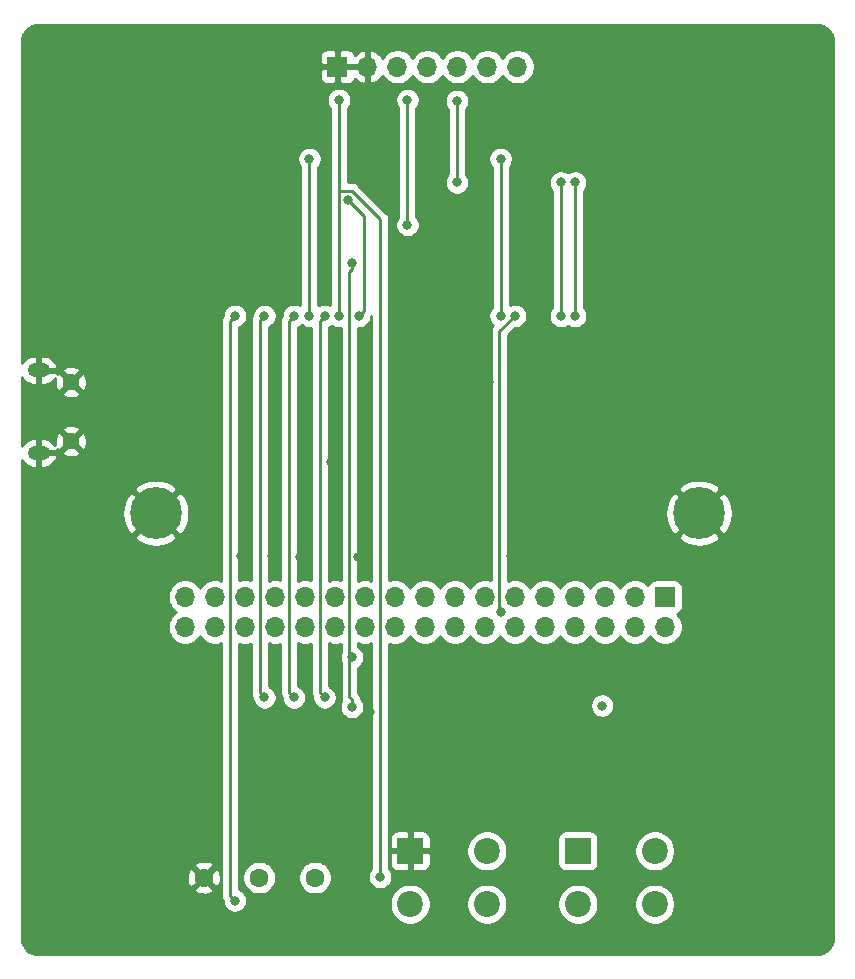
<source format=gbr>
G04 #@! TF.GenerationSoftware,KiCad,Pcbnew,5.1.5-52549c5~84~ubuntu19.10.1*
G04 #@! TF.CreationDate,2020-02-17T22:34:59+13:00*
G04 #@! TF.ProjectId,Snepper-1,536e6570-7065-4722-9d31-2e6b69636164,rev?*
G04 #@! TF.SameCoordinates,Original*
G04 #@! TF.FileFunction,Copper,L2,Bot*
G04 #@! TF.FilePolarity,Positive*
%FSLAX46Y46*%
G04 Gerber Fmt 4.6, Leading zero omitted, Abs format (unit mm)*
G04 Created by KiCad (PCBNEW 5.1.5-52549c5~84~ubuntu19.10.1) date 2020-02-17 22:34:59*
%MOMM*%
%LPD*%
G04 APERTURE LIST*
%ADD10C,4.400000*%
%ADD11C,2.200000*%
%ADD12R,2.200000X2.200000*%
%ADD13C,1.450000*%
%ADD14O,1.900000X1.200000*%
%ADD15R,1.700000X1.700000*%
%ADD16O,1.700000X1.700000*%
%ADD17C,1.600000*%
%ADD18C,0.800000*%
%ADD19C,0.250000*%
%ADD20C,0.254000*%
G04 APERTURE END LIST*
D10*
X173000000Y-102000000D03*
X127000000Y-102000000D03*
D11*
X162741250Y-135100000D03*
X169241250Y-135100000D03*
X169241250Y-130600000D03*
D12*
X162741250Y-130600000D03*
X148527500Y-130600000D03*
D11*
X155027500Y-130600000D03*
X155027500Y-135100000D03*
X148527500Y-135100000D03*
D13*
X119800000Y-90900000D03*
X119800000Y-95900000D03*
D14*
X117100000Y-89900000D03*
X117100000Y-96900000D03*
D15*
X170120000Y-109100000D03*
D16*
X170120000Y-111640000D03*
X167580000Y-109100000D03*
X167580000Y-111640000D03*
X165040000Y-109100000D03*
X165040000Y-111640000D03*
X162500000Y-109100000D03*
X162500000Y-111640000D03*
X159960000Y-109100000D03*
X159960000Y-111640000D03*
X157420000Y-109100000D03*
X157420000Y-111640000D03*
X154880000Y-109100000D03*
X154880000Y-111640000D03*
X152340000Y-109100000D03*
X152340000Y-111640000D03*
X149800000Y-109100000D03*
X149800000Y-111640000D03*
X147260000Y-109100000D03*
X147260000Y-111640000D03*
X144720000Y-109100000D03*
X144720000Y-111640000D03*
X142180000Y-109100000D03*
X142180000Y-111640000D03*
X139640000Y-109100000D03*
X139640000Y-111640000D03*
X137100000Y-109100000D03*
X137100000Y-111640000D03*
X134560000Y-109100000D03*
X134560000Y-111640000D03*
X132020000Y-109100000D03*
X132020000Y-111640000D03*
X129480000Y-109100000D03*
X129480000Y-111640000D03*
D15*
X142380000Y-64200000D03*
D16*
X144920000Y-64200000D03*
X147460000Y-64200000D03*
X150000000Y-64200000D03*
X152540000Y-64200000D03*
X155080000Y-64200000D03*
X157620000Y-64200000D03*
D17*
X131063750Y-132850000D03*
X135763750Y-132850000D03*
X140463750Y-132850000D03*
D18*
X141800000Y-97700000D03*
X143300000Y-75500000D03*
X143600000Y-118400000D03*
X156200000Y-85300000D03*
X161300000Y-85300000D03*
X162500000Y-85300000D03*
X152500000Y-67100000D03*
X148300000Y-67000000D03*
X133700000Y-85300000D03*
X141300000Y-85300000D03*
X136200000Y-85300000D03*
X142500000Y-85300000D03*
X157400000Y-85300000D03*
X138700000Y-85300000D03*
X143600000Y-80800000D03*
X164800000Y-118300000D03*
X143600000Y-114200000D03*
X161300000Y-105600000D03*
X155200000Y-90900000D03*
X157400000Y-79600000D03*
X130200000Y-81700000D03*
X147800000Y-97700000D03*
X166400000Y-90800000D03*
X158100000Y-130600000D03*
X140000000Y-118300000D03*
X176600000Y-92500000D03*
X142200000Y-87000000D03*
X163700000Y-105600000D03*
X166600000Y-105600000D03*
X159200000Y-106000000D03*
X157100000Y-105600000D03*
X154500000Y-105600000D03*
X150300000Y-77600000D03*
X145100000Y-118800000D03*
X134200000Y-105600000D03*
X136800000Y-105600000D03*
X139700000Y-87000000D03*
X144700000Y-87000000D03*
X139200000Y-105700000D03*
X144150000Y-105700000D03*
X148300000Y-77600000D03*
X152500000Y-74000000D03*
X142500000Y-67000000D03*
X146000000Y-132800000D03*
X133700000Y-134800000D03*
X140000000Y-85300000D03*
X140000000Y-72000000D03*
X156200000Y-72000000D03*
X156200000Y-110400000D03*
X136200000Y-117600000D03*
X138700000Y-117600000D03*
X141300000Y-117600000D03*
X162500000Y-74000000D03*
X161300000Y-74000000D03*
X144200000Y-85300000D03*
D19*
X143600000Y-81365685D02*
X143400000Y-81565685D01*
X143600000Y-80800000D02*
X143600000Y-81365685D01*
X143400000Y-117534315D02*
X143600000Y-117734315D01*
X143400000Y-115200000D02*
X143400000Y-117534315D01*
X143600000Y-114200000D02*
X143400000Y-114200000D01*
X143400000Y-81565685D02*
X143400000Y-114200000D01*
X143400000Y-114200000D02*
X143400000Y-115200000D01*
X143600000Y-118400000D02*
X143600000Y-117734315D01*
X148300000Y-69100000D02*
X148300000Y-67000000D01*
X148300000Y-77600000D02*
X148300000Y-69100000D01*
X152500000Y-68300000D02*
X152500000Y-74000000D01*
X152500000Y-68300000D02*
X152500000Y-67100000D01*
X143573002Y-74700000D02*
X142500000Y-74700000D01*
X146000000Y-77126998D02*
X143573002Y-74700000D01*
X146000000Y-132800000D02*
X146000000Y-77126998D01*
X142500000Y-69100000D02*
X142500000Y-74700000D01*
X142500000Y-74700000D02*
X142500000Y-85300000D01*
X142500000Y-69100000D02*
X142500000Y-67000000D01*
X133300001Y-85699999D02*
X133700000Y-85300000D01*
X133300001Y-134400001D02*
X133300001Y-85699999D01*
X133700000Y-134800000D02*
X133300001Y-134400001D01*
X140000000Y-84734315D02*
X140000000Y-72000000D01*
X140000000Y-85300000D02*
X140000000Y-84734315D01*
X156200000Y-72565685D02*
X156200000Y-85300000D01*
X156200000Y-72000000D02*
X156200000Y-72565685D01*
X156100000Y-110300000D02*
X156200000Y-110400000D01*
X157400000Y-85300000D02*
X156100000Y-86600000D01*
X156100000Y-86600000D02*
X156100000Y-110300000D01*
X135800001Y-85699999D02*
X136200000Y-85300000D01*
X135800001Y-117200001D02*
X135800001Y-85699999D01*
X136200000Y-117600000D02*
X135800001Y-117200001D01*
X138300001Y-85699999D02*
X138700000Y-85300000D01*
X138300001Y-117200001D02*
X138300001Y-85699999D01*
X138700000Y-117600000D02*
X138300001Y-117200001D01*
X140900001Y-85699999D02*
X141300000Y-85300000D01*
X140900001Y-117200001D02*
X140900001Y-85699999D01*
X141300000Y-117600000D02*
X140900001Y-117200001D01*
X162500000Y-84734315D02*
X162500000Y-74000000D01*
X162500000Y-85300000D02*
X162500000Y-84734315D01*
X161300000Y-85300000D02*
X161300000Y-74000000D01*
X143699999Y-75899999D02*
X143300000Y-75500000D01*
X144599999Y-84900001D02*
X144599999Y-76799999D01*
X144599999Y-76799999D02*
X143699999Y-75899999D01*
X144200000Y-85300000D02*
X144599999Y-84900001D01*
D20*
G36*
X183259659Y-60688625D02*
G01*
X183509429Y-60764035D01*
X183739792Y-60886522D01*
X183941980Y-61051422D01*
X184108286Y-61252450D01*
X184232378Y-61481954D01*
X184309531Y-61731195D01*
X184340000Y-62021088D01*
X184340001Y-137967711D01*
X184311375Y-138259660D01*
X184235965Y-138509429D01*
X184113477Y-138739794D01*
X183948579Y-138941979D01*
X183747546Y-139108288D01*
X183518046Y-139232378D01*
X183268805Y-139309531D01*
X182978911Y-139340000D01*
X117032279Y-139340000D01*
X116740340Y-139311375D01*
X116490571Y-139235965D01*
X116260206Y-139113477D01*
X116058021Y-138948579D01*
X115891712Y-138747546D01*
X115767622Y-138518046D01*
X115690469Y-138268805D01*
X115660000Y-137978911D01*
X115660000Y-133842702D01*
X130250653Y-133842702D01*
X130322236Y-134086671D01*
X130577746Y-134207571D01*
X130851934Y-134276300D01*
X131134262Y-134290217D01*
X131413880Y-134248787D01*
X131680042Y-134153603D01*
X131805264Y-134086671D01*
X131876847Y-133842702D01*
X131063750Y-133029605D01*
X130250653Y-133842702D01*
X115660000Y-133842702D01*
X115660000Y-132920512D01*
X129623533Y-132920512D01*
X129664963Y-133200130D01*
X129760147Y-133466292D01*
X129827079Y-133591514D01*
X130071048Y-133663097D01*
X130884145Y-132850000D01*
X131243355Y-132850000D01*
X132056452Y-133663097D01*
X132300421Y-133591514D01*
X132421321Y-133336004D01*
X132490050Y-133061816D01*
X132503967Y-132779488D01*
X132462537Y-132499870D01*
X132367353Y-132233708D01*
X132300421Y-132108486D01*
X132056452Y-132036903D01*
X131243355Y-132850000D01*
X130884145Y-132850000D01*
X130071048Y-132036903D01*
X129827079Y-132108486D01*
X129706179Y-132363996D01*
X129637450Y-132638184D01*
X129623533Y-132920512D01*
X115660000Y-132920512D01*
X115660000Y-131857298D01*
X130250653Y-131857298D01*
X131063750Y-132670395D01*
X131876847Y-131857298D01*
X131805264Y-131613329D01*
X131549754Y-131492429D01*
X131275566Y-131423700D01*
X130993238Y-131409783D01*
X130713620Y-131451213D01*
X130447458Y-131546397D01*
X130322236Y-131613329D01*
X130250653Y-131857298D01*
X115660000Y-131857298D01*
X115660000Y-108953740D01*
X127995000Y-108953740D01*
X127995000Y-109246260D01*
X128052068Y-109533158D01*
X128164010Y-109803411D01*
X128326525Y-110046632D01*
X128533368Y-110253475D01*
X128707760Y-110370000D01*
X128533368Y-110486525D01*
X128326525Y-110693368D01*
X128164010Y-110936589D01*
X128052068Y-111206842D01*
X127995000Y-111493740D01*
X127995000Y-111786260D01*
X128052068Y-112073158D01*
X128164010Y-112343411D01*
X128326525Y-112586632D01*
X128533368Y-112793475D01*
X128776589Y-112955990D01*
X129046842Y-113067932D01*
X129333740Y-113125000D01*
X129626260Y-113125000D01*
X129913158Y-113067932D01*
X130183411Y-112955990D01*
X130426632Y-112793475D01*
X130633475Y-112586632D01*
X130750000Y-112412240D01*
X130866525Y-112586632D01*
X131073368Y-112793475D01*
X131316589Y-112955990D01*
X131586842Y-113067932D01*
X131873740Y-113125000D01*
X132166260Y-113125000D01*
X132453158Y-113067932D01*
X132540001Y-113031960D01*
X132540001Y-134362679D01*
X132536325Y-134400001D01*
X132540001Y-134437323D01*
X132540001Y-134437333D01*
X132550998Y-134548986D01*
X132594455Y-134692247D01*
X132665000Y-134824226D01*
X132665000Y-134901939D01*
X132704774Y-135101898D01*
X132782795Y-135290256D01*
X132896063Y-135459774D01*
X133040226Y-135603937D01*
X133209744Y-135717205D01*
X133398102Y-135795226D01*
X133598061Y-135835000D01*
X133801939Y-135835000D01*
X134001898Y-135795226D01*
X134190256Y-135717205D01*
X134359774Y-135603937D01*
X134503937Y-135459774D01*
X134617205Y-135290256D01*
X134695226Y-135101898D01*
X134729594Y-134929117D01*
X146792500Y-134929117D01*
X146792500Y-135270883D01*
X146859175Y-135606081D01*
X146989963Y-135921831D01*
X147179837Y-136205998D01*
X147421502Y-136447663D01*
X147705669Y-136637537D01*
X148021419Y-136768325D01*
X148356617Y-136835000D01*
X148698383Y-136835000D01*
X149033581Y-136768325D01*
X149349331Y-136637537D01*
X149633498Y-136447663D01*
X149875163Y-136205998D01*
X150065037Y-135921831D01*
X150195825Y-135606081D01*
X150262500Y-135270883D01*
X150262500Y-134929117D01*
X153292500Y-134929117D01*
X153292500Y-135270883D01*
X153359175Y-135606081D01*
X153489963Y-135921831D01*
X153679837Y-136205998D01*
X153921502Y-136447663D01*
X154205669Y-136637537D01*
X154521419Y-136768325D01*
X154856617Y-136835000D01*
X155198383Y-136835000D01*
X155533581Y-136768325D01*
X155849331Y-136637537D01*
X156133498Y-136447663D01*
X156375163Y-136205998D01*
X156565037Y-135921831D01*
X156695825Y-135606081D01*
X156762500Y-135270883D01*
X156762500Y-134929117D01*
X161006250Y-134929117D01*
X161006250Y-135270883D01*
X161072925Y-135606081D01*
X161203713Y-135921831D01*
X161393587Y-136205998D01*
X161635252Y-136447663D01*
X161919419Y-136637537D01*
X162235169Y-136768325D01*
X162570367Y-136835000D01*
X162912133Y-136835000D01*
X163247331Y-136768325D01*
X163563081Y-136637537D01*
X163847248Y-136447663D01*
X164088913Y-136205998D01*
X164278787Y-135921831D01*
X164409575Y-135606081D01*
X164476250Y-135270883D01*
X164476250Y-134929117D01*
X167506250Y-134929117D01*
X167506250Y-135270883D01*
X167572925Y-135606081D01*
X167703713Y-135921831D01*
X167893587Y-136205998D01*
X168135252Y-136447663D01*
X168419419Y-136637537D01*
X168735169Y-136768325D01*
X169070367Y-136835000D01*
X169412133Y-136835000D01*
X169747331Y-136768325D01*
X170063081Y-136637537D01*
X170347248Y-136447663D01*
X170588913Y-136205998D01*
X170778787Y-135921831D01*
X170909575Y-135606081D01*
X170976250Y-135270883D01*
X170976250Y-134929117D01*
X170909575Y-134593919D01*
X170778787Y-134278169D01*
X170588913Y-133994002D01*
X170347248Y-133752337D01*
X170063081Y-133562463D01*
X169747331Y-133431675D01*
X169412133Y-133365000D01*
X169070367Y-133365000D01*
X168735169Y-133431675D01*
X168419419Y-133562463D01*
X168135252Y-133752337D01*
X167893587Y-133994002D01*
X167703713Y-134278169D01*
X167572925Y-134593919D01*
X167506250Y-134929117D01*
X164476250Y-134929117D01*
X164409575Y-134593919D01*
X164278787Y-134278169D01*
X164088913Y-133994002D01*
X163847248Y-133752337D01*
X163563081Y-133562463D01*
X163247331Y-133431675D01*
X162912133Y-133365000D01*
X162570367Y-133365000D01*
X162235169Y-133431675D01*
X161919419Y-133562463D01*
X161635252Y-133752337D01*
X161393587Y-133994002D01*
X161203713Y-134278169D01*
X161072925Y-134593919D01*
X161006250Y-134929117D01*
X156762500Y-134929117D01*
X156695825Y-134593919D01*
X156565037Y-134278169D01*
X156375163Y-133994002D01*
X156133498Y-133752337D01*
X155849331Y-133562463D01*
X155533581Y-133431675D01*
X155198383Y-133365000D01*
X154856617Y-133365000D01*
X154521419Y-133431675D01*
X154205669Y-133562463D01*
X153921502Y-133752337D01*
X153679837Y-133994002D01*
X153489963Y-134278169D01*
X153359175Y-134593919D01*
X153292500Y-134929117D01*
X150262500Y-134929117D01*
X150195825Y-134593919D01*
X150065037Y-134278169D01*
X149875163Y-133994002D01*
X149633498Y-133752337D01*
X149349331Y-133562463D01*
X149033581Y-133431675D01*
X148698383Y-133365000D01*
X148356617Y-133365000D01*
X148021419Y-133431675D01*
X147705669Y-133562463D01*
X147421502Y-133752337D01*
X147179837Y-133994002D01*
X146989963Y-134278169D01*
X146859175Y-134593919D01*
X146792500Y-134929117D01*
X134729594Y-134929117D01*
X134735000Y-134901939D01*
X134735000Y-134698061D01*
X134695226Y-134498102D01*
X134617205Y-134309744D01*
X134503937Y-134140226D01*
X134359774Y-133996063D01*
X134190256Y-133882795D01*
X134060001Y-133828841D01*
X134060001Y-132708665D01*
X134328750Y-132708665D01*
X134328750Y-132991335D01*
X134383897Y-133268574D01*
X134492070Y-133529727D01*
X134649113Y-133764759D01*
X134848991Y-133964637D01*
X135084023Y-134121680D01*
X135345176Y-134229853D01*
X135622415Y-134285000D01*
X135905085Y-134285000D01*
X136182324Y-134229853D01*
X136443477Y-134121680D01*
X136678509Y-133964637D01*
X136878387Y-133764759D01*
X137035430Y-133529727D01*
X137143603Y-133268574D01*
X137198750Y-132991335D01*
X137198750Y-132708665D01*
X139028750Y-132708665D01*
X139028750Y-132991335D01*
X139083897Y-133268574D01*
X139192070Y-133529727D01*
X139349113Y-133764759D01*
X139548991Y-133964637D01*
X139784023Y-134121680D01*
X140045176Y-134229853D01*
X140322415Y-134285000D01*
X140605085Y-134285000D01*
X140882324Y-134229853D01*
X141143477Y-134121680D01*
X141378509Y-133964637D01*
X141578387Y-133764759D01*
X141735430Y-133529727D01*
X141843603Y-133268574D01*
X141898750Y-132991335D01*
X141898750Y-132708665D01*
X141843603Y-132431426D01*
X141735430Y-132170273D01*
X141578387Y-131935241D01*
X141378509Y-131735363D01*
X141143477Y-131578320D01*
X140882324Y-131470147D01*
X140605085Y-131415000D01*
X140322415Y-131415000D01*
X140045176Y-131470147D01*
X139784023Y-131578320D01*
X139548991Y-131735363D01*
X139349113Y-131935241D01*
X139192070Y-132170273D01*
X139083897Y-132431426D01*
X139028750Y-132708665D01*
X137198750Y-132708665D01*
X137143603Y-132431426D01*
X137035430Y-132170273D01*
X136878387Y-131935241D01*
X136678509Y-131735363D01*
X136443477Y-131578320D01*
X136182324Y-131470147D01*
X135905085Y-131415000D01*
X135622415Y-131415000D01*
X135345176Y-131470147D01*
X135084023Y-131578320D01*
X134848991Y-131735363D01*
X134649113Y-131935241D01*
X134492070Y-132170273D01*
X134383897Y-132431426D01*
X134328750Y-132708665D01*
X134060001Y-132708665D01*
X134060001Y-113040246D01*
X134126842Y-113067932D01*
X134413740Y-113125000D01*
X134706260Y-113125000D01*
X134993158Y-113067932D01*
X135040001Y-113048529D01*
X135040001Y-117162679D01*
X135036325Y-117200001D01*
X135040001Y-117237323D01*
X135040001Y-117237333D01*
X135050998Y-117348986D01*
X135091588Y-117482795D01*
X135094455Y-117492247D01*
X135165000Y-117624226D01*
X135165000Y-117701939D01*
X135204774Y-117901898D01*
X135282795Y-118090256D01*
X135396063Y-118259774D01*
X135540226Y-118403937D01*
X135709744Y-118517205D01*
X135898102Y-118595226D01*
X136098061Y-118635000D01*
X136301939Y-118635000D01*
X136501898Y-118595226D01*
X136690256Y-118517205D01*
X136859774Y-118403937D01*
X137003937Y-118259774D01*
X137117205Y-118090256D01*
X137195226Y-117901898D01*
X137235000Y-117701939D01*
X137235000Y-117498061D01*
X137195226Y-117298102D01*
X137117205Y-117109744D01*
X137003937Y-116940226D01*
X136859774Y-116796063D01*
X136690256Y-116682795D01*
X136560001Y-116628841D01*
X136560001Y-113023677D01*
X136666842Y-113067932D01*
X136953740Y-113125000D01*
X137246260Y-113125000D01*
X137533158Y-113067932D01*
X137540001Y-113065097D01*
X137540001Y-117162679D01*
X137536325Y-117200001D01*
X137540001Y-117237323D01*
X137540001Y-117237333D01*
X137550998Y-117348986D01*
X137591588Y-117482795D01*
X137594455Y-117492247D01*
X137665000Y-117624226D01*
X137665000Y-117701939D01*
X137704774Y-117901898D01*
X137782795Y-118090256D01*
X137896063Y-118259774D01*
X138040226Y-118403937D01*
X138209744Y-118517205D01*
X138398102Y-118595226D01*
X138598061Y-118635000D01*
X138801939Y-118635000D01*
X139001898Y-118595226D01*
X139190256Y-118517205D01*
X139359774Y-118403937D01*
X139503937Y-118259774D01*
X139617205Y-118090256D01*
X139695226Y-117901898D01*
X139735000Y-117701939D01*
X139735000Y-117498061D01*
X139695226Y-117298102D01*
X139617205Y-117109744D01*
X139503937Y-116940226D01*
X139359774Y-116796063D01*
X139190256Y-116682795D01*
X139060001Y-116628841D01*
X139060001Y-113007109D01*
X139206842Y-113067932D01*
X139493740Y-113125000D01*
X139786260Y-113125000D01*
X140073158Y-113067932D01*
X140140001Y-113040245D01*
X140140001Y-117162679D01*
X140136325Y-117200001D01*
X140140001Y-117237323D01*
X140140001Y-117237333D01*
X140150998Y-117348986D01*
X140191588Y-117482795D01*
X140194455Y-117492247D01*
X140265000Y-117624226D01*
X140265000Y-117701939D01*
X140304774Y-117901898D01*
X140382795Y-118090256D01*
X140496063Y-118259774D01*
X140640226Y-118403937D01*
X140809744Y-118517205D01*
X140998102Y-118595226D01*
X141198061Y-118635000D01*
X141401939Y-118635000D01*
X141601898Y-118595226D01*
X141790256Y-118517205D01*
X141959774Y-118403937D01*
X142103937Y-118259774D01*
X142217205Y-118090256D01*
X142295226Y-117901898D01*
X142335000Y-117701939D01*
X142335000Y-117498061D01*
X142295226Y-117298102D01*
X142217205Y-117109744D01*
X142103937Y-116940226D01*
X141959774Y-116796063D01*
X141790256Y-116682795D01*
X141660001Y-116628841D01*
X141660001Y-113031961D01*
X141746842Y-113067932D01*
X142033740Y-113125000D01*
X142326260Y-113125000D01*
X142613158Y-113067932D01*
X142640001Y-113056813D01*
X142640001Y-113813057D01*
X142604774Y-113898102D01*
X142565000Y-114098061D01*
X142565000Y-114301939D01*
X142604774Y-114501898D01*
X142640000Y-114586941D01*
X142640001Y-115162659D01*
X142640000Y-115162668D01*
X142640001Y-117496983D01*
X142636324Y-117534315D01*
X142640001Y-117571648D01*
X142646756Y-117640226D01*
X142650998Y-117683300D01*
X142694454Y-117826561D01*
X142713974Y-117863081D01*
X142682795Y-117909744D01*
X142604774Y-118098102D01*
X142565000Y-118298061D01*
X142565000Y-118501939D01*
X142604774Y-118701898D01*
X142682795Y-118890256D01*
X142796063Y-119059774D01*
X142940226Y-119203937D01*
X143109744Y-119317205D01*
X143298102Y-119395226D01*
X143498061Y-119435000D01*
X143701939Y-119435000D01*
X143901898Y-119395226D01*
X144090256Y-119317205D01*
X144259774Y-119203937D01*
X144403937Y-119059774D01*
X144517205Y-118890256D01*
X144595226Y-118701898D01*
X144635000Y-118501939D01*
X144635000Y-118298061D01*
X144595226Y-118098102D01*
X144517205Y-117909744D01*
X144403937Y-117740226D01*
X144359924Y-117696213D01*
X144349003Y-117585329D01*
X144305546Y-117442068D01*
X144234974Y-117310039D01*
X144160000Y-117218683D01*
X144160000Y-115070604D01*
X144259774Y-115003937D01*
X144403937Y-114859774D01*
X144517205Y-114690256D01*
X144595226Y-114501898D01*
X144635000Y-114301939D01*
X144635000Y-114098061D01*
X144595226Y-113898102D01*
X144517205Y-113709744D01*
X144403937Y-113540226D01*
X144259774Y-113396063D01*
X144160000Y-113329396D01*
X144160000Y-113015393D01*
X144286842Y-113067932D01*
X144573740Y-113125000D01*
X144866260Y-113125000D01*
X145153158Y-113067932D01*
X145240000Y-113031961D01*
X145240000Y-132096289D01*
X145196063Y-132140226D01*
X145082795Y-132309744D01*
X145004774Y-132498102D01*
X144965000Y-132698061D01*
X144965000Y-132901939D01*
X145004774Y-133101898D01*
X145082795Y-133290256D01*
X145196063Y-133459774D01*
X145340226Y-133603937D01*
X145509744Y-133717205D01*
X145698102Y-133795226D01*
X145898061Y-133835000D01*
X146101939Y-133835000D01*
X146301898Y-133795226D01*
X146490256Y-133717205D01*
X146659774Y-133603937D01*
X146803937Y-133459774D01*
X146917205Y-133290256D01*
X146995226Y-133101898D01*
X147035000Y-132901939D01*
X147035000Y-132698061D01*
X146995226Y-132498102D01*
X146917205Y-132309744D01*
X146803937Y-132140226D01*
X146760000Y-132096289D01*
X146760000Y-131700000D01*
X146789428Y-131700000D01*
X146801688Y-131824482D01*
X146837998Y-131944180D01*
X146896963Y-132054494D01*
X146976315Y-132151185D01*
X147073006Y-132230537D01*
X147183320Y-132289502D01*
X147303018Y-132325812D01*
X147427500Y-132338072D01*
X148241750Y-132335000D01*
X148400500Y-132176250D01*
X148400500Y-130727000D01*
X148654500Y-130727000D01*
X148654500Y-132176250D01*
X148813250Y-132335000D01*
X149627500Y-132338072D01*
X149751982Y-132325812D01*
X149871680Y-132289502D01*
X149981994Y-132230537D01*
X150078685Y-132151185D01*
X150158037Y-132054494D01*
X150217002Y-131944180D01*
X150253312Y-131824482D01*
X150265572Y-131700000D01*
X150262500Y-130885750D01*
X150103750Y-130727000D01*
X148654500Y-130727000D01*
X148400500Y-130727000D01*
X146951250Y-130727000D01*
X146792500Y-130885750D01*
X146789428Y-131700000D01*
X146760000Y-131700000D01*
X146760000Y-129500000D01*
X146789428Y-129500000D01*
X146792500Y-130314250D01*
X146951250Y-130473000D01*
X148400500Y-130473000D01*
X148400500Y-129023750D01*
X148654500Y-129023750D01*
X148654500Y-130473000D01*
X150103750Y-130473000D01*
X150147633Y-130429117D01*
X153292500Y-130429117D01*
X153292500Y-130770883D01*
X153359175Y-131106081D01*
X153489963Y-131421831D01*
X153679837Y-131705998D01*
X153921502Y-131947663D01*
X154205669Y-132137537D01*
X154521419Y-132268325D01*
X154856617Y-132335000D01*
X155198383Y-132335000D01*
X155533581Y-132268325D01*
X155849331Y-132137537D01*
X156133498Y-131947663D01*
X156375163Y-131705998D01*
X156565037Y-131421831D01*
X156695825Y-131106081D01*
X156762500Y-130770883D01*
X156762500Y-130429117D01*
X156695825Y-130093919D01*
X156565037Y-129778169D01*
X156379171Y-129500000D01*
X161003178Y-129500000D01*
X161003178Y-131700000D01*
X161015438Y-131824482D01*
X161051748Y-131944180D01*
X161110713Y-132054494D01*
X161190065Y-132151185D01*
X161286756Y-132230537D01*
X161397070Y-132289502D01*
X161516768Y-132325812D01*
X161641250Y-132338072D01*
X163841250Y-132338072D01*
X163965732Y-132325812D01*
X164085430Y-132289502D01*
X164195744Y-132230537D01*
X164292435Y-132151185D01*
X164371787Y-132054494D01*
X164430752Y-131944180D01*
X164467062Y-131824482D01*
X164479322Y-131700000D01*
X164479322Y-130429117D01*
X167506250Y-130429117D01*
X167506250Y-130770883D01*
X167572925Y-131106081D01*
X167703713Y-131421831D01*
X167893587Y-131705998D01*
X168135252Y-131947663D01*
X168419419Y-132137537D01*
X168735169Y-132268325D01*
X169070367Y-132335000D01*
X169412133Y-132335000D01*
X169747331Y-132268325D01*
X170063081Y-132137537D01*
X170347248Y-131947663D01*
X170588913Y-131705998D01*
X170778787Y-131421831D01*
X170909575Y-131106081D01*
X170976250Y-130770883D01*
X170976250Y-130429117D01*
X170909575Y-130093919D01*
X170778787Y-129778169D01*
X170588913Y-129494002D01*
X170347248Y-129252337D01*
X170063081Y-129062463D01*
X169747331Y-128931675D01*
X169412133Y-128865000D01*
X169070367Y-128865000D01*
X168735169Y-128931675D01*
X168419419Y-129062463D01*
X168135252Y-129252337D01*
X167893587Y-129494002D01*
X167703713Y-129778169D01*
X167572925Y-130093919D01*
X167506250Y-130429117D01*
X164479322Y-130429117D01*
X164479322Y-129500000D01*
X164467062Y-129375518D01*
X164430752Y-129255820D01*
X164371787Y-129145506D01*
X164292435Y-129048815D01*
X164195744Y-128969463D01*
X164085430Y-128910498D01*
X163965732Y-128874188D01*
X163841250Y-128861928D01*
X161641250Y-128861928D01*
X161516768Y-128874188D01*
X161397070Y-128910498D01*
X161286756Y-128969463D01*
X161190065Y-129048815D01*
X161110713Y-129145506D01*
X161051748Y-129255820D01*
X161015438Y-129375518D01*
X161003178Y-129500000D01*
X156379171Y-129500000D01*
X156375163Y-129494002D01*
X156133498Y-129252337D01*
X155849331Y-129062463D01*
X155533581Y-128931675D01*
X155198383Y-128865000D01*
X154856617Y-128865000D01*
X154521419Y-128931675D01*
X154205669Y-129062463D01*
X153921502Y-129252337D01*
X153679837Y-129494002D01*
X153489963Y-129778169D01*
X153359175Y-130093919D01*
X153292500Y-130429117D01*
X150147633Y-130429117D01*
X150262500Y-130314250D01*
X150265572Y-129500000D01*
X150253312Y-129375518D01*
X150217002Y-129255820D01*
X150158037Y-129145506D01*
X150078685Y-129048815D01*
X149981994Y-128969463D01*
X149871680Y-128910498D01*
X149751982Y-128874188D01*
X149627500Y-128861928D01*
X148813250Y-128865000D01*
X148654500Y-129023750D01*
X148400500Y-129023750D01*
X148241750Y-128865000D01*
X147427500Y-128861928D01*
X147303018Y-128874188D01*
X147183320Y-128910498D01*
X147073006Y-128969463D01*
X146976315Y-129048815D01*
X146896963Y-129145506D01*
X146837998Y-129255820D01*
X146801688Y-129375518D01*
X146789428Y-129500000D01*
X146760000Y-129500000D01*
X146760000Y-118198061D01*
X163765000Y-118198061D01*
X163765000Y-118401939D01*
X163804774Y-118601898D01*
X163882795Y-118790256D01*
X163996063Y-118959774D01*
X164140226Y-119103937D01*
X164309744Y-119217205D01*
X164498102Y-119295226D01*
X164698061Y-119335000D01*
X164901939Y-119335000D01*
X165101898Y-119295226D01*
X165290256Y-119217205D01*
X165459774Y-119103937D01*
X165603937Y-118959774D01*
X165717205Y-118790256D01*
X165795226Y-118601898D01*
X165835000Y-118401939D01*
X165835000Y-118198061D01*
X165795226Y-117998102D01*
X165717205Y-117809744D01*
X165603937Y-117640226D01*
X165459774Y-117496063D01*
X165290256Y-117382795D01*
X165101898Y-117304774D01*
X164901939Y-117265000D01*
X164698061Y-117265000D01*
X164498102Y-117304774D01*
X164309744Y-117382795D01*
X164140226Y-117496063D01*
X163996063Y-117640226D01*
X163882795Y-117809744D01*
X163804774Y-117998102D01*
X163765000Y-118198061D01*
X146760000Y-118198061D01*
X146760000Y-113040245D01*
X146826842Y-113067932D01*
X147113740Y-113125000D01*
X147406260Y-113125000D01*
X147693158Y-113067932D01*
X147963411Y-112955990D01*
X148206632Y-112793475D01*
X148413475Y-112586632D01*
X148530000Y-112412240D01*
X148646525Y-112586632D01*
X148853368Y-112793475D01*
X149096589Y-112955990D01*
X149366842Y-113067932D01*
X149653740Y-113125000D01*
X149946260Y-113125000D01*
X150233158Y-113067932D01*
X150503411Y-112955990D01*
X150746632Y-112793475D01*
X150953475Y-112586632D01*
X151070000Y-112412240D01*
X151186525Y-112586632D01*
X151393368Y-112793475D01*
X151636589Y-112955990D01*
X151906842Y-113067932D01*
X152193740Y-113125000D01*
X152486260Y-113125000D01*
X152773158Y-113067932D01*
X153043411Y-112955990D01*
X153286632Y-112793475D01*
X153493475Y-112586632D01*
X153610000Y-112412240D01*
X153726525Y-112586632D01*
X153933368Y-112793475D01*
X154176589Y-112955990D01*
X154446842Y-113067932D01*
X154733740Y-113125000D01*
X155026260Y-113125000D01*
X155313158Y-113067932D01*
X155583411Y-112955990D01*
X155826632Y-112793475D01*
X156033475Y-112586632D01*
X156150000Y-112412240D01*
X156266525Y-112586632D01*
X156473368Y-112793475D01*
X156716589Y-112955990D01*
X156986842Y-113067932D01*
X157273740Y-113125000D01*
X157566260Y-113125000D01*
X157853158Y-113067932D01*
X158123411Y-112955990D01*
X158366632Y-112793475D01*
X158573475Y-112586632D01*
X158690000Y-112412240D01*
X158806525Y-112586632D01*
X159013368Y-112793475D01*
X159256589Y-112955990D01*
X159526842Y-113067932D01*
X159813740Y-113125000D01*
X160106260Y-113125000D01*
X160393158Y-113067932D01*
X160663411Y-112955990D01*
X160906632Y-112793475D01*
X161113475Y-112586632D01*
X161230000Y-112412240D01*
X161346525Y-112586632D01*
X161553368Y-112793475D01*
X161796589Y-112955990D01*
X162066842Y-113067932D01*
X162353740Y-113125000D01*
X162646260Y-113125000D01*
X162933158Y-113067932D01*
X163203411Y-112955990D01*
X163446632Y-112793475D01*
X163653475Y-112586632D01*
X163770000Y-112412240D01*
X163886525Y-112586632D01*
X164093368Y-112793475D01*
X164336589Y-112955990D01*
X164606842Y-113067932D01*
X164893740Y-113125000D01*
X165186260Y-113125000D01*
X165473158Y-113067932D01*
X165743411Y-112955990D01*
X165986632Y-112793475D01*
X166193475Y-112586632D01*
X166310000Y-112412240D01*
X166426525Y-112586632D01*
X166633368Y-112793475D01*
X166876589Y-112955990D01*
X167146842Y-113067932D01*
X167433740Y-113125000D01*
X167726260Y-113125000D01*
X168013158Y-113067932D01*
X168283411Y-112955990D01*
X168526632Y-112793475D01*
X168733475Y-112586632D01*
X168850000Y-112412240D01*
X168966525Y-112586632D01*
X169173368Y-112793475D01*
X169416589Y-112955990D01*
X169686842Y-113067932D01*
X169973740Y-113125000D01*
X170266260Y-113125000D01*
X170553158Y-113067932D01*
X170823411Y-112955990D01*
X171066632Y-112793475D01*
X171273475Y-112586632D01*
X171435990Y-112343411D01*
X171547932Y-112073158D01*
X171605000Y-111786260D01*
X171605000Y-111493740D01*
X171547932Y-111206842D01*
X171435990Y-110936589D01*
X171273475Y-110693368D01*
X171141620Y-110561513D01*
X171214180Y-110539502D01*
X171324494Y-110480537D01*
X171421185Y-110401185D01*
X171500537Y-110304494D01*
X171559502Y-110194180D01*
X171595812Y-110074482D01*
X171608072Y-109950000D01*
X171608072Y-108250000D01*
X171595812Y-108125518D01*
X171559502Y-108005820D01*
X171500537Y-107895506D01*
X171421185Y-107798815D01*
X171324494Y-107719463D01*
X171214180Y-107660498D01*
X171094482Y-107624188D01*
X170970000Y-107611928D01*
X169270000Y-107611928D01*
X169145518Y-107624188D01*
X169025820Y-107660498D01*
X168915506Y-107719463D01*
X168818815Y-107798815D01*
X168739463Y-107895506D01*
X168680498Y-108005820D01*
X168658487Y-108078380D01*
X168526632Y-107946525D01*
X168283411Y-107784010D01*
X168013158Y-107672068D01*
X167726260Y-107615000D01*
X167433740Y-107615000D01*
X167146842Y-107672068D01*
X166876589Y-107784010D01*
X166633368Y-107946525D01*
X166426525Y-108153368D01*
X166310000Y-108327760D01*
X166193475Y-108153368D01*
X165986632Y-107946525D01*
X165743411Y-107784010D01*
X165473158Y-107672068D01*
X165186260Y-107615000D01*
X164893740Y-107615000D01*
X164606842Y-107672068D01*
X164336589Y-107784010D01*
X164093368Y-107946525D01*
X163886525Y-108153368D01*
X163770000Y-108327760D01*
X163653475Y-108153368D01*
X163446632Y-107946525D01*
X163203411Y-107784010D01*
X162933158Y-107672068D01*
X162646260Y-107615000D01*
X162353740Y-107615000D01*
X162066842Y-107672068D01*
X161796589Y-107784010D01*
X161553368Y-107946525D01*
X161346525Y-108153368D01*
X161230000Y-108327760D01*
X161113475Y-108153368D01*
X160906632Y-107946525D01*
X160663411Y-107784010D01*
X160393158Y-107672068D01*
X160106260Y-107615000D01*
X159813740Y-107615000D01*
X159526842Y-107672068D01*
X159256589Y-107784010D01*
X159013368Y-107946525D01*
X158806525Y-108153368D01*
X158690000Y-108327760D01*
X158573475Y-108153368D01*
X158366632Y-107946525D01*
X158123411Y-107784010D01*
X157853158Y-107672068D01*
X157566260Y-107615000D01*
X157273740Y-107615000D01*
X156986842Y-107672068D01*
X156860000Y-107724607D01*
X156860000Y-103989775D01*
X171189830Y-103989775D01*
X171429976Y-104377018D01*
X171923877Y-104637641D01*
X172459133Y-104796901D01*
X173015174Y-104848678D01*
X173570632Y-104790981D01*
X174104161Y-104626028D01*
X174570024Y-104377018D01*
X174810170Y-103989775D01*
X173000000Y-102179605D01*
X171189830Y-103989775D01*
X156860000Y-103989775D01*
X156860000Y-102015174D01*
X170151322Y-102015174D01*
X170209019Y-102570632D01*
X170373972Y-103104161D01*
X170622982Y-103570024D01*
X171010225Y-103810170D01*
X172820395Y-102000000D01*
X173179605Y-102000000D01*
X174989775Y-103810170D01*
X175377018Y-103570024D01*
X175637641Y-103076123D01*
X175796901Y-102540867D01*
X175848678Y-101984826D01*
X175790981Y-101429368D01*
X175626028Y-100895839D01*
X175377018Y-100429976D01*
X174989775Y-100189830D01*
X173179605Y-102000000D01*
X172820395Y-102000000D01*
X171010225Y-100189830D01*
X170622982Y-100429976D01*
X170362359Y-100923877D01*
X170203099Y-101459133D01*
X170151322Y-102015174D01*
X156860000Y-102015174D01*
X156860000Y-100010225D01*
X171189830Y-100010225D01*
X173000000Y-101820395D01*
X174810170Y-100010225D01*
X174570024Y-99622982D01*
X174076123Y-99362359D01*
X173540867Y-99203099D01*
X172984826Y-99151322D01*
X172429368Y-99209019D01*
X171895839Y-99373972D01*
X171429976Y-99622982D01*
X171189830Y-100010225D01*
X156860000Y-100010225D01*
X156860000Y-86914801D01*
X157439802Y-86335000D01*
X157501939Y-86335000D01*
X157701898Y-86295226D01*
X157890256Y-86217205D01*
X158059774Y-86103937D01*
X158203937Y-85959774D01*
X158317205Y-85790256D01*
X158395226Y-85601898D01*
X158435000Y-85401939D01*
X158435000Y-85198061D01*
X158395226Y-84998102D01*
X158317205Y-84809744D01*
X158203937Y-84640226D01*
X158059774Y-84496063D01*
X157890256Y-84382795D01*
X157701898Y-84304774D01*
X157501939Y-84265000D01*
X157298061Y-84265000D01*
X157098102Y-84304774D01*
X156960000Y-84361978D01*
X156960000Y-73898061D01*
X160265000Y-73898061D01*
X160265000Y-74101939D01*
X160304774Y-74301898D01*
X160382795Y-74490256D01*
X160496063Y-74659774D01*
X160540001Y-74703712D01*
X160540000Y-84596289D01*
X160496063Y-84640226D01*
X160382795Y-84809744D01*
X160304774Y-84998102D01*
X160265000Y-85198061D01*
X160265000Y-85401939D01*
X160304774Y-85601898D01*
X160382795Y-85790256D01*
X160496063Y-85959774D01*
X160640226Y-86103937D01*
X160809744Y-86217205D01*
X160998102Y-86295226D01*
X161198061Y-86335000D01*
X161401939Y-86335000D01*
X161601898Y-86295226D01*
X161790256Y-86217205D01*
X161900000Y-86143877D01*
X162009744Y-86217205D01*
X162198102Y-86295226D01*
X162398061Y-86335000D01*
X162601939Y-86335000D01*
X162801898Y-86295226D01*
X162990256Y-86217205D01*
X163159774Y-86103937D01*
X163303937Y-85959774D01*
X163417205Y-85790256D01*
X163495226Y-85601898D01*
X163535000Y-85401939D01*
X163535000Y-85198061D01*
X163495226Y-84998102D01*
X163417205Y-84809744D01*
X163303937Y-84640226D01*
X163260000Y-84596289D01*
X163260000Y-74703711D01*
X163303937Y-74659774D01*
X163417205Y-74490256D01*
X163495226Y-74301898D01*
X163535000Y-74101939D01*
X163535000Y-73898061D01*
X163495226Y-73698102D01*
X163417205Y-73509744D01*
X163303937Y-73340226D01*
X163159774Y-73196063D01*
X162990256Y-73082795D01*
X162801898Y-73004774D01*
X162601939Y-72965000D01*
X162398061Y-72965000D01*
X162198102Y-73004774D01*
X162009744Y-73082795D01*
X161900000Y-73156123D01*
X161790256Y-73082795D01*
X161601898Y-73004774D01*
X161401939Y-72965000D01*
X161198061Y-72965000D01*
X160998102Y-73004774D01*
X160809744Y-73082795D01*
X160640226Y-73196063D01*
X160496063Y-73340226D01*
X160382795Y-73509744D01*
X160304774Y-73698102D01*
X160265000Y-73898061D01*
X156960000Y-73898061D01*
X156960000Y-72703711D01*
X157003937Y-72659774D01*
X157117205Y-72490256D01*
X157195226Y-72301898D01*
X157235000Y-72101939D01*
X157235000Y-71898061D01*
X157195226Y-71698102D01*
X157117205Y-71509744D01*
X157003937Y-71340226D01*
X156859774Y-71196063D01*
X156690256Y-71082795D01*
X156501898Y-71004774D01*
X156301939Y-70965000D01*
X156098061Y-70965000D01*
X155898102Y-71004774D01*
X155709744Y-71082795D01*
X155540226Y-71196063D01*
X155396063Y-71340226D01*
X155282795Y-71509744D01*
X155204774Y-71698102D01*
X155165000Y-71898061D01*
X155165000Y-72101939D01*
X155204774Y-72301898D01*
X155282795Y-72490256D01*
X155396063Y-72659774D01*
X155440000Y-72703711D01*
X155440001Y-84596288D01*
X155396063Y-84640226D01*
X155282795Y-84809744D01*
X155204774Y-84998102D01*
X155165000Y-85198061D01*
X155165000Y-85401939D01*
X155204774Y-85601898D01*
X155282795Y-85790256D01*
X155396063Y-85959774D01*
X155531281Y-86094992D01*
X155507250Y-86124275D01*
X155465026Y-86175724D01*
X155442854Y-86217205D01*
X155394454Y-86307754D01*
X155350997Y-86451015D01*
X155340000Y-86562668D01*
X155340000Y-86562678D01*
X155336324Y-86600000D01*
X155340000Y-86637322D01*
X155340001Y-107683187D01*
X155313158Y-107672068D01*
X155026260Y-107615000D01*
X154733740Y-107615000D01*
X154446842Y-107672068D01*
X154176589Y-107784010D01*
X153933368Y-107946525D01*
X153726525Y-108153368D01*
X153610000Y-108327760D01*
X153493475Y-108153368D01*
X153286632Y-107946525D01*
X153043411Y-107784010D01*
X152773158Y-107672068D01*
X152486260Y-107615000D01*
X152193740Y-107615000D01*
X151906842Y-107672068D01*
X151636589Y-107784010D01*
X151393368Y-107946525D01*
X151186525Y-108153368D01*
X151070000Y-108327760D01*
X150953475Y-108153368D01*
X150746632Y-107946525D01*
X150503411Y-107784010D01*
X150233158Y-107672068D01*
X149946260Y-107615000D01*
X149653740Y-107615000D01*
X149366842Y-107672068D01*
X149096589Y-107784010D01*
X148853368Y-107946525D01*
X148646525Y-108153368D01*
X148530000Y-108327760D01*
X148413475Y-108153368D01*
X148206632Y-107946525D01*
X147963411Y-107784010D01*
X147693158Y-107672068D01*
X147406260Y-107615000D01*
X147113740Y-107615000D01*
X146826842Y-107672068D01*
X146760000Y-107699755D01*
X146760000Y-77164320D01*
X146763676Y-77126997D01*
X146760000Y-77089674D01*
X146760000Y-77089665D01*
X146749003Y-76978012D01*
X146705546Y-76834751D01*
X146634974Y-76702722D01*
X146592537Y-76651012D01*
X146563799Y-76615994D01*
X146563795Y-76615990D01*
X146540001Y-76586997D01*
X146511008Y-76563203D01*
X144136806Y-74189003D01*
X144113003Y-74159999D01*
X143997278Y-74065026D01*
X143865249Y-73994454D01*
X143721988Y-73950997D01*
X143610335Y-73940000D01*
X143610324Y-73940000D01*
X143573002Y-73936324D01*
X143535680Y-73940000D01*
X143260000Y-73940000D01*
X143260000Y-67703711D01*
X143303937Y-67659774D01*
X143417205Y-67490256D01*
X143495226Y-67301898D01*
X143535000Y-67101939D01*
X143535000Y-66898061D01*
X147265000Y-66898061D01*
X147265000Y-67101939D01*
X147304774Y-67301898D01*
X147382795Y-67490256D01*
X147496063Y-67659774D01*
X147540001Y-67703712D01*
X147540000Y-69137332D01*
X147540001Y-69137342D01*
X147540000Y-76896289D01*
X147496063Y-76940226D01*
X147382795Y-77109744D01*
X147304774Y-77298102D01*
X147265000Y-77498061D01*
X147265000Y-77701939D01*
X147304774Y-77901898D01*
X147382795Y-78090256D01*
X147496063Y-78259774D01*
X147640226Y-78403937D01*
X147809744Y-78517205D01*
X147998102Y-78595226D01*
X148198061Y-78635000D01*
X148401939Y-78635000D01*
X148601898Y-78595226D01*
X148790256Y-78517205D01*
X148959774Y-78403937D01*
X149103937Y-78259774D01*
X149217205Y-78090256D01*
X149295226Y-77901898D01*
X149335000Y-77701939D01*
X149335000Y-77498061D01*
X149295226Y-77298102D01*
X149217205Y-77109744D01*
X149103937Y-76940226D01*
X149060000Y-76896289D01*
X149060000Y-67703711D01*
X149103937Y-67659774D01*
X149217205Y-67490256D01*
X149295226Y-67301898D01*
X149335000Y-67101939D01*
X149335000Y-66998061D01*
X151465000Y-66998061D01*
X151465000Y-67201939D01*
X151504774Y-67401898D01*
X151582795Y-67590256D01*
X151696063Y-67759774D01*
X151740000Y-67803711D01*
X151740000Y-68262668D01*
X151740001Y-73296288D01*
X151696063Y-73340226D01*
X151582795Y-73509744D01*
X151504774Y-73698102D01*
X151465000Y-73898061D01*
X151465000Y-74101939D01*
X151504774Y-74301898D01*
X151582795Y-74490256D01*
X151696063Y-74659774D01*
X151840226Y-74803937D01*
X152009744Y-74917205D01*
X152198102Y-74995226D01*
X152398061Y-75035000D01*
X152601939Y-75035000D01*
X152801898Y-74995226D01*
X152990256Y-74917205D01*
X153159774Y-74803937D01*
X153303937Y-74659774D01*
X153417205Y-74490256D01*
X153495226Y-74301898D01*
X153535000Y-74101939D01*
X153535000Y-73898061D01*
X153495226Y-73698102D01*
X153417205Y-73509744D01*
X153303937Y-73340226D01*
X153260000Y-73296289D01*
X153260000Y-67803711D01*
X153303937Y-67759774D01*
X153417205Y-67590256D01*
X153495226Y-67401898D01*
X153535000Y-67201939D01*
X153535000Y-66998061D01*
X153495226Y-66798102D01*
X153417205Y-66609744D01*
X153303937Y-66440226D01*
X153159774Y-66296063D01*
X152990256Y-66182795D01*
X152801898Y-66104774D01*
X152601939Y-66065000D01*
X152398061Y-66065000D01*
X152198102Y-66104774D01*
X152009744Y-66182795D01*
X151840226Y-66296063D01*
X151696063Y-66440226D01*
X151582795Y-66609744D01*
X151504774Y-66798102D01*
X151465000Y-66998061D01*
X149335000Y-66998061D01*
X149335000Y-66898061D01*
X149295226Y-66698102D01*
X149217205Y-66509744D01*
X149103937Y-66340226D01*
X148959774Y-66196063D01*
X148790256Y-66082795D01*
X148601898Y-66004774D01*
X148401939Y-65965000D01*
X148198061Y-65965000D01*
X147998102Y-66004774D01*
X147809744Y-66082795D01*
X147640226Y-66196063D01*
X147496063Y-66340226D01*
X147382795Y-66509744D01*
X147304774Y-66698102D01*
X147265000Y-66898061D01*
X143535000Y-66898061D01*
X143495226Y-66698102D01*
X143417205Y-66509744D01*
X143303937Y-66340226D01*
X143159774Y-66196063D01*
X142990256Y-66082795D01*
X142801898Y-66004774D01*
X142601939Y-65965000D01*
X142398061Y-65965000D01*
X142198102Y-66004774D01*
X142009744Y-66082795D01*
X141840226Y-66196063D01*
X141696063Y-66340226D01*
X141582795Y-66509744D01*
X141504774Y-66698102D01*
X141465000Y-66898061D01*
X141465000Y-67101939D01*
X141504774Y-67301898D01*
X141582795Y-67490256D01*
X141696063Y-67659774D01*
X141740001Y-67703712D01*
X141740000Y-69062667D01*
X141740000Y-69062668D01*
X141740001Y-74662657D01*
X141736323Y-74700000D01*
X141740000Y-74737333D01*
X141740001Y-84361979D01*
X141601898Y-84304774D01*
X141401939Y-84265000D01*
X141198061Y-84265000D01*
X140998102Y-84304774D01*
X140809744Y-84382795D01*
X140760000Y-84416033D01*
X140760000Y-72703711D01*
X140803937Y-72659774D01*
X140917205Y-72490256D01*
X140995226Y-72301898D01*
X141035000Y-72101939D01*
X141035000Y-71898061D01*
X140995226Y-71698102D01*
X140917205Y-71509744D01*
X140803937Y-71340226D01*
X140659774Y-71196063D01*
X140490256Y-71082795D01*
X140301898Y-71004774D01*
X140101939Y-70965000D01*
X139898061Y-70965000D01*
X139698102Y-71004774D01*
X139509744Y-71082795D01*
X139340226Y-71196063D01*
X139196063Y-71340226D01*
X139082795Y-71509744D01*
X139004774Y-71698102D01*
X138965000Y-71898061D01*
X138965000Y-72101939D01*
X139004774Y-72301898D01*
X139082795Y-72490256D01*
X139196063Y-72659774D01*
X139240001Y-72703712D01*
X139240000Y-84416033D01*
X139190256Y-84382795D01*
X139001898Y-84304774D01*
X138801939Y-84265000D01*
X138598061Y-84265000D01*
X138398102Y-84304774D01*
X138209744Y-84382795D01*
X138040226Y-84496063D01*
X137896063Y-84640226D01*
X137782795Y-84809744D01*
X137704774Y-84998102D01*
X137665000Y-85198061D01*
X137665000Y-85275774D01*
X137594455Y-85407753D01*
X137550999Y-85551014D01*
X137536325Y-85699999D01*
X137540002Y-85737332D01*
X137540001Y-107674903D01*
X137533158Y-107672068D01*
X137246260Y-107615000D01*
X136953740Y-107615000D01*
X136666842Y-107672068D01*
X136560001Y-107716323D01*
X136560001Y-86271159D01*
X136690256Y-86217205D01*
X136859774Y-86103937D01*
X137003937Y-85959774D01*
X137117205Y-85790256D01*
X137195226Y-85601898D01*
X137235000Y-85401939D01*
X137235000Y-85198061D01*
X137195226Y-84998102D01*
X137117205Y-84809744D01*
X137003937Y-84640226D01*
X136859774Y-84496063D01*
X136690256Y-84382795D01*
X136501898Y-84304774D01*
X136301939Y-84265000D01*
X136098061Y-84265000D01*
X135898102Y-84304774D01*
X135709744Y-84382795D01*
X135540226Y-84496063D01*
X135396063Y-84640226D01*
X135282795Y-84809744D01*
X135204774Y-84998102D01*
X135165000Y-85198061D01*
X135165000Y-85275774D01*
X135094455Y-85407753D01*
X135050999Y-85551014D01*
X135036325Y-85699999D01*
X135040002Y-85737332D01*
X135040001Y-107691471D01*
X134993158Y-107672068D01*
X134706260Y-107615000D01*
X134413740Y-107615000D01*
X134126842Y-107672068D01*
X134060001Y-107699754D01*
X134060001Y-86271159D01*
X134190256Y-86217205D01*
X134359774Y-86103937D01*
X134503937Y-85959774D01*
X134617205Y-85790256D01*
X134695226Y-85601898D01*
X134735000Y-85401939D01*
X134735000Y-85198061D01*
X134695226Y-84998102D01*
X134617205Y-84809744D01*
X134503937Y-84640226D01*
X134359774Y-84496063D01*
X134190256Y-84382795D01*
X134001898Y-84304774D01*
X133801939Y-84265000D01*
X133598061Y-84265000D01*
X133398102Y-84304774D01*
X133209744Y-84382795D01*
X133040226Y-84496063D01*
X132896063Y-84640226D01*
X132782795Y-84809744D01*
X132704774Y-84998102D01*
X132665000Y-85198061D01*
X132665000Y-85275774D01*
X132594455Y-85407753D01*
X132550999Y-85551014D01*
X132536325Y-85699999D01*
X132540002Y-85737332D01*
X132540002Y-107708040D01*
X132453158Y-107672068D01*
X132166260Y-107615000D01*
X131873740Y-107615000D01*
X131586842Y-107672068D01*
X131316589Y-107784010D01*
X131073368Y-107946525D01*
X130866525Y-108153368D01*
X130750000Y-108327760D01*
X130633475Y-108153368D01*
X130426632Y-107946525D01*
X130183411Y-107784010D01*
X129913158Y-107672068D01*
X129626260Y-107615000D01*
X129333740Y-107615000D01*
X129046842Y-107672068D01*
X128776589Y-107784010D01*
X128533368Y-107946525D01*
X128326525Y-108153368D01*
X128164010Y-108396589D01*
X128052068Y-108666842D01*
X127995000Y-108953740D01*
X115660000Y-108953740D01*
X115660000Y-103989775D01*
X125189830Y-103989775D01*
X125429976Y-104377018D01*
X125923877Y-104637641D01*
X126459133Y-104796901D01*
X127015174Y-104848678D01*
X127570632Y-104790981D01*
X128104161Y-104626028D01*
X128570024Y-104377018D01*
X128810170Y-103989775D01*
X127000000Y-102179605D01*
X125189830Y-103989775D01*
X115660000Y-103989775D01*
X115660000Y-102015174D01*
X124151322Y-102015174D01*
X124209019Y-102570632D01*
X124373972Y-103104161D01*
X124622982Y-103570024D01*
X125010225Y-103810170D01*
X126820395Y-102000000D01*
X127179605Y-102000000D01*
X128989775Y-103810170D01*
X129377018Y-103570024D01*
X129637641Y-103076123D01*
X129796901Y-102540867D01*
X129848678Y-101984826D01*
X129790981Y-101429368D01*
X129626028Y-100895839D01*
X129377018Y-100429976D01*
X128989775Y-100189830D01*
X127179605Y-102000000D01*
X126820395Y-102000000D01*
X125010225Y-100189830D01*
X124622982Y-100429976D01*
X124362359Y-100923877D01*
X124203099Y-101459133D01*
X124151322Y-102015174D01*
X115660000Y-102015174D01*
X115660000Y-100010225D01*
X125189830Y-100010225D01*
X127000000Y-101820395D01*
X128810170Y-100010225D01*
X128570024Y-99622982D01*
X128076123Y-99362359D01*
X127540867Y-99203099D01*
X126984826Y-99151322D01*
X126429368Y-99209019D01*
X125895839Y-99373972D01*
X125429976Y-99622982D01*
X125189830Y-100010225D01*
X115660000Y-100010225D01*
X115660000Y-97491743D01*
X115786922Y-97683474D01*
X115958275Y-97856307D01*
X116160054Y-97992390D01*
X116384504Y-98086493D01*
X116623000Y-98135000D01*
X116973000Y-98135000D01*
X116973000Y-97027000D01*
X117227000Y-97027000D01*
X117227000Y-98135000D01*
X117577000Y-98135000D01*
X117815496Y-98086493D01*
X118039946Y-97992390D01*
X118241725Y-97856307D01*
X118413078Y-97683474D01*
X118547421Y-97480533D01*
X118639591Y-97255282D01*
X118643462Y-97217609D01*
X118518731Y-97027000D01*
X117227000Y-97027000D01*
X116973000Y-97027000D01*
X116953000Y-97027000D01*
X116953000Y-96839133D01*
X119040472Y-96839133D01*
X119102965Y-97075450D01*
X119345678Y-97188850D01*
X119605849Y-97252719D01*
X119873482Y-97264604D01*
X120138291Y-97224048D01*
X120390100Y-97132609D01*
X120497035Y-97075450D01*
X120559528Y-96839133D01*
X119800000Y-96079605D01*
X119040472Y-96839133D01*
X116953000Y-96839133D01*
X116953000Y-96773000D01*
X116973000Y-96773000D01*
X116973000Y-95665000D01*
X117227000Y-95665000D01*
X117227000Y-96773000D01*
X118518731Y-96773000D01*
X118632503Y-96599138D01*
X118860867Y-96659528D01*
X119620395Y-95900000D01*
X119979605Y-95900000D01*
X120739133Y-96659528D01*
X120975450Y-96597035D01*
X121088850Y-96354322D01*
X121152719Y-96094151D01*
X121164604Y-95826518D01*
X121124048Y-95561709D01*
X121032609Y-95309900D01*
X120975450Y-95202965D01*
X120739133Y-95140472D01*
X119979605Y-95900000D01*
X119620395Y-95900000D01*
X118860867Y-95140472D01*
X118624550Y-95202965D01*
X118511150Y-95445678D01*
X118447281Y-95705849D01*
X118435396Y-95973482D01*
X118470615Y-96203442D01*
X118413078Y-96116526D01*
X118241725Y-95943693D01*
X118039946Y-95807610D01*
X117815496Y-95713507D01*
X117577000Y-95665000D01*
X117227000Y-95665000D01*
X116973000Y-95665000D01*
X116623000Y-95665000D01*
X116384504Y-95713507D01*
X116160054Y-95807610D01*
X115958275Y-95943693D01*
X115786922Y-96116526D01*
X115660000Y-96308257D01*
X115660000Y-94960867D01*
X119040472Y-94960867D01*
X119800000Y-95720395D01*
X120559528Y-94960867D01*
X120497035Y-94724550D01*
X120254322Y-94611150D01*
X119994151Y-94547281D01*
X119726518Y-94535396D01*
X119461709Y-94575952D01*
X119209900Y-94667391D01*
X119102965Y-94724550D01*
X119040472Y-94960867D01*
X115660000Y-94960867D01*
X115660000Y-91839133D01*
X119040472Y-91839133D01*
X119102965Y-92075450D01*
X119345678Y-92188850D01*
X119605849Y-92252719D01*
X119873482Y-92264604D01*
X120138291Y-92224048D01*
X120390100Y-92132609D01*
X120497035Y-92075450D01*
X120559528Y-91839133D01*
X119800000Y-91079605D01*
X119040472Y-91839133D01*
X115660000Y-91839133D01*
X115660000Y-90491743D01*
X115786922Y-90683474D01*
X115958275Y-90856307D01*
X116160054Y-90992390D01*
X116384504Y-91086493D01*
X116623000Y-91135000D01*
X116973000Y-91135000D01*
X116973000Y-90027000D01*
X117227000Y-90027000D01*
X117227000Y-91135000D01*
X117577000Y-91135000D01*
X117815496Y-91086493D01*
X118039946Y-90992390D01*
X118241725Y-90856307D01*
X118413078Y-90683474D01*
X118476171Y-90588164D01*
X118447281Y-90705849D01*
X118435396Y-90973482D01*
X118475952Y-91238291D01*
X118567391Y-91490100D01*
X118624550Y-91597035D01*
X118860867Y-91659528D01*
X119620395Y-90900000D01*
X119979605Y-90900000D01*
X120739133Y-91659528D01*
X120975450Y-91597035D01*
X121088850Y-91354322D01*
X121152719Y-91094151D01*
X121164604Y-90826518D01*
X121124048Y-90561709D01*
X121032609Y-90309900D01*
X120975450Y-90202965D01*
X120739133Y-90140472D01*
X119979605Y-90900000D01*
X119620395Y-90900000D01*
X118860867Y-90140472D01*
X118632503Y-90200862D01*
X118518731Y-90027000D01*
X117227000Y-90027000D01*
X116973000Y-90027000D01*
X116953000Y-90027000D01*
X116953000Y-89960867D01*
X119040472Y-89960867D01*
X119800000Y-90720395D01*
X120559528Y-89960867D01*
X120497035Y-89724550D01*
X120254322Y-89611150D01*
X119994151Y-89547281D01*
X119726518Y-89535396D01*
X119461709Y-89575952D01*
X119209900Y-89667391D01*
X119102965Y-89724550D01*
X119040472Y-89960867D01*
X116953000Y-89960867D01*
X116953000Y-89773000D01*
X116973000Y-89773000D01*
X116973000Y-88665000D01*
X117227000Y-88665000D01*
X117227000Y-89773000D01*
X118518731Y-89773000D01*
X118643462Y-89582391D01*
X118639591Y-89544718D01*
X118547421Y-89319467D01*
X118413078Y-89116526D01*
X118241725Y-88943693D01*
X118039946Y-88807610D01*
X117815496Y-88713507D01*
X117577000Y-88665000D01*
X117227000Y-88665000D01*
X116973000Y-88665000D01*
X116623000Y-88665000D01*
X116384504Y-88713507D01*
X116160054Y-88807610D01*
X115958275Y-88943693D01*
X115786922Y-89116526D01*
X115660000Y-89308257D01*
X115660000Y-65050000D01*
X140891928Y-65050000D01*
X140904188Y-65174482D01*
X140940498Y-65294180D01*
X140999463Y-65404494D01*
X141078815Y-65501185D01*
X141175506Y-65580537D01*
X141285820Y-65639502D01*
X141405518Y-65675812D01*
X141530000Y-65688072D01*
X142094250Y-65685000D01*
X142253000Y-65526250D01*
X142253000Y-64327000D01*
X142507000Y-64327000D01*
X142507000Y-65526250D01*
X142665750Y-65685000D01*
X143230000Y-65688072D01*
X143354482Y-65675812D01*
X143474180Y-65639502D01*
X143584494Y-65580537D01*
X143681185Y-65501185D01*
X143760537Y-65404494D01*
X143819502Y-65294180D01*
X143843966Y-65213534D01*
X143919731Y-65297588D01*
X144153080Y-65471641D01*
X144415901Y-65596825D01*
X144563110Y-65641476D01*
X144793000Y-65520155D01*
X144793000Y-64327000D01*
X142507000Y-64327000D01*
X142253000Y-64327000D01*
X141053750Y-64327000D01*
X140895000Y-64485750D01*
X140891928Y-65050000D01*
X115660000Y-65050000D01*
X115660000Y-63350000D01*
X140891928Y-63350000D01*
X140895000Y-63914250D01*
X141053750Y-64073000D01*
X142253000Y-64073000D01*
X142253000Y-62873750D01*
X142507000Y-62873750D01*
X142507000Y-64073000D01*
X144793000Y-64073000D01*
X144793000Y-62879845D01*
X145047000Y-62879845D01*
X145047000Y-64073000D01*
X145067000Y-64073000D01*
X145067000Y-64327000D01*
X145047000Y-64327000D01*
X145047000Y-65520155D01*
X145276890Y-65641476D01*
X145424099Y-65596825D01*
X145686920Y-65471641D01*
X145920269Y-65297588D01*
X146115178Y-65081355D01*
X146184805Y-64964466D01*
X146306525Y-65146632D01*
X146513368Y-65353475D01*
X146756589Y-65515990D01*
X147026842Y-65627932D01*
X147313740Y-65685000D01*
X147606260Y-65685000D01*
X147893158Y-65627932D01*
X148163411Y-65515990D01*
X148406632Y-65353475D01*
X148613475Y-65146632D01*
X148730000Y-64972240D01*
X148846525Y-65146632D01*
X149053368Y-65353475D01*
X149296589Y-65515990D01*
X149566842Y-65627932D01*
X149853740Y-65685000D01*
X150146260Y-65685000D01*
X150433158Y-65627932D01*
X150703411Y-65515990D01*
X150946632Y-65353475D01*
X151153475Y-65146632D01*
X151270000Y-64972240D01*
X151386525Y-65146632D01*
X151593368Y-65353475D01*
X151836589Y-65515990D01*
X152106842Y-65627932D01*
X152393740Y-65685000D01*
X152686260Y-65685000D01*
X152973158Y-65627932D01*
X153243411Y-65515990D01*
X153486632Y-65353475D01*
X153693475Y-65146632D01*
X153810000Y-64972240D01*
X153926525Y-65146632D01*
X154133368Y-65353475D01*
X154376589Y-65515990D01*
X154646842Y-65627932D01*
X154933740Y-65685000D01*
X155226260Y-65685000D01*
X155513158Y-65627932D01*
X155783411Y-65515990D01*
X156026632Y-65353475D01*
X156233475Y-65146632D01*
X156350000Y-64972240D01*
X156466525Y-65146632D01*
X156673368Y-65353475D01*
X156916589Y-65515990D01*
X157186842Y-65627932D01*
X157473740Y-65685000D01*
X157766260Y-65685000D01*
X158053158Y-65627932D01*
X158323411Y-65515990D01*
X158566632Y-65353475D01*
X158773475Y-65146632D01*
X158935990Y-64903411D01*
X159047932Y-64633158D01*
X159105000Y-64346260D01*
X159105000Y-64053740D01*
X159047932Y-63766842D01*
X158935990Y-63496589D01*
X158773475Y-63253368D01*
X158566632Y-63046525D01*
X158323411Y-62884010D01*
X158053158Y-62772068D01*
X157766260Y-62715000D01*
X157473740Y-62715000D01*
X157186842Y-62772068D01*
X156916589Y-62884010D01*
X156673368Y-63046525D01*
X156466525Y-63253368D01*
X156350000Y-63427760D01*
X156233475Y-63253368D01*
X156026632Y-63046525D01*
X155783411Y-62884010D01*
X155513158Y-62772068D01*
X155226260Y-62715000D01*
X154933740Y-62715000D01*
X154646842Y-62772068D01*
X154376589Y-62884010D01*
X154133368Y-63046525D01*
X153926525Y-63253368D01*
X153810000Y-63427760D01*
X153693475Y-63253368D01*
X153486632Y-63046525D01*
X153243411Y-62884010D01*
X152973158Y-62772068D01*
X152686260Y-62715000D01*
X152393740Y-62715000D01*
X152106842Y-62772068D01*
X151836589Y-62884010D01*
X151593368Y-63046525D01*
X151386525Y-63253368D01*
X151270000Y-63427760D01*
X151153475Y-63253368D01*
X150946632Y-63046525D01*
X150703411Y-62884010D01*
X150433158Y-62772068D01*
X150146260Y-62715000D01*
X149853740Y-62715000D01*
X149566842Y-62772068D01*
X149296589Y-62884010D01*
X149053368Y-63046525D01*
X148846525Y-63253368D01*
X148730000Y-63427760D01*
X148613475Y-63253368D01*
X148406632Y-63046525D01*
X148163411Y-62884010D01*
X147893158Y-62772068D01*
X147606260Y-62715000D01*
X147313740Y-62715000D01*
X147026842Y-62772068D01*
X146756589Y-62884010D01*
X146513368Y-63046525D01*
X146306525Y-63253368D01*
X146184805Y-63435534D01*
X146115178Y-63318645D01*
X145920269Y-63102412D01*
X145686920Y-62928359D01*
X145424099Y-62803175D01*
X145276890Y-62758524D01*
X145047000Y-62879845D01*
X144793000Y-62879845D01*
X144563110Y-62758524D01*
X144415901Y-62803175D01*
X144153080Y-62928359D01*
X143919731Y-63102412D01*
X143843966Y-63186466D01*
X143819502Y-63105820D01*
X143760537Y-62995506D01*
X143681185Y-62898815D01*
X143584494Y-62819463D01*
X143474180Y-62760498D01*
X143354482Y-62724188D01*
X143230000Y-62711928D01*
X142665750Y-62715000D01*
X142507000Y-62873750D01*
X142253000Y-62873750D01*
X142094250Y-62715000D01*
X141530000Y-62711928D01*
X141405518Y-62724188D01*
X141285820Y-62760498D01*
X141175506Y-62819463D01*
X141078815Y-62898815D01*
X140999463Y-62995506D01*
X140940498Y-63105820D01*
X140904188Y-63225518D01*
X140891928Y-63350000D01*
X115660000Y-63350000D01*
X115660000Y-62032279D01*
X115688625Y-61740341D01*
X115764035Y-61490571D01*
X115886522Y-61260208D01*
X116051422Y-61058020D01*
X116252450Y-60891714D01*
X116481954Y-60767622D01*
X116731195Y-60690469D01*
X117021088Y-60660000D01*
X182967721Y-60660000D01*
X183259659Y-60688625D01*
G37*
X183259659Y-60688625D02*
X183509429Y-60764035D01*
X183739792Y-60886522D01*
X183941980Y-61051422D01*
X184108286Y-61252450D01*
X184232378Y-61481954D01*
X184309531Y-61731195D01*
X184340000Y-62021088D01*
X184340001Y-137967711D01*
X184311375Y-138259660D01*
X184235965Y-138509429D01*
X184113477Y-138739794D01*
X183948579Y-138941979D01*
X183747546Y-139108288D01*
X183518046Y-139232378D01*
X183268805Y-139309531D01*
X182978911Y-139340000D01*
X117032279Y-139340000D01*
X116740340Y-139311375D01*
X116490571Y-139235965D01*
X116260206Y-139113477D01*
X116058021Y-138948579D01*
X115891712Y-138747546D01*
X115767622Y-138518046D01*
X115690469Y-138268805D01*
X115660000Y-137978911D01*
X115660000Y-133842702D01*
X130250653Y-133842702D01*
X130322236Y-134086671D01*
X130577746Y-134207571D01*
X130851934Y-134276300D01*
X131134262Y-134290217D01*
X131413880Y-134248787D01*
X131680042Y-134153603D01*
X131805264Y-134086671D01*
X131876847Y-133842702D01*
X131063750Y-133029605D01*
X130250653Y-133842702D01*
X115660000Y-133842702D01*
X115660000Y-132920512D01*
X129623533Y-132920512D01*
X129664963Y-133200130D01*
X129760147Y-133466292D01*
X129827079Y-133591514D01*
X130071048Y-133663097D01*
X130884145Y-132850000D01*
X131243355Y-132850000D01*
X132056452Y-133663097D01*
X132300421Y-133591514D01*
X132421321Y-133336004D01*
X132490050Y-133061816D01*
X132503967Y-132779488D01*
X132462537Y-132499870D01*
X132367353Y-132233708D01*
X132300421Y-132108486D01*
X132056452Y-132036903D01*
X131243355Y-132850000D01*
X130884145Y-132850000D01*
X130071048Y-132036903D01*
X129827079Y-132108486D01*
X129706179Y-132363996D01*
X129637450Y-132638184D01*
X129623533Y-132920512D01*
X115660000Y-132920512D01*
X115660000Y-131857298D01*
X130250653Y-131857298D01*
X131063750Y-132670395D01*
X131876847Y-131857298D01*
X131805264Y-131613329D01*
X131549754Y-131492429D01*
X131275566Y-131423700D01*
X130993238Y-131409783D01*
X130713620Y-131451213D01*
X130447458Y-131546397D01*
X130322236Y-131613329D01*
X130250653Y-131857298D01*
X115660000Y-131857298D01*
X115660000Y-108953740D01*
X127995000Y-108953740D01*
X127995000Y-109246260D01*
X128052068Y-109533158D01*
X128164010Y-109803411D01*
X128326525Y-110046632D01*
X128533368Y-110253475D01*
X128707760Y-110370000D01*
X128533368Y-110486525D01*
X128326525Y-110693368D01*
X128164010Y-110936589D01*
X128052068Y-111206842D01*
X127995000Y-111493740D01*
X127995000Y-111786260D01*
X128052068Y-112073158D01*
X128164010Y-112343411D01*
X128326525Y-112586632D01*
X128533368Y-112793475D01*
X128776589Y-112955990D01*
X129046842Y-113067932D01*
X129333740Y-113125000D01*
X129626260Y-113125000D01*
X129913158Y-113067932D01*
X130183411Y-112955990D01*
X130426632Y-112793475D01*
X130633475Y-112586632D01*
X130750000Y-112412240D01*
X130866525Y-112586632D01*
X131073368Y-112793475D01*
X131316589Y-112955990D01*
X131586842Y-113067932D01*
X131873740Y-113125000D01*
X132166260Y-113125000D01*
X132453158Y-113067932D01*
X132540001Y-113031960D01*
X132540001Y-134362679D01*
X132536325Y-134400001D01*
X132540001Y-134437323D01*
X132540001Y-134437333D01*
X132550998Y-134548986D01*
X132594455Y-134692247D01*
X132665000Y-134824226D01*
X132665000Y-134901939D01*
X132704774Y-135101898D01*
X132782795Y-135290256D01*
X132896063Y-135459774D01*
X133040226Y-135603937D01*
X133209744Y-135717205D01*
X133398102Y-135795226D01*
X133598061Y-135835000D01*
X133801939Y-135835000D01*
X134001898Y-135795226D01*
X134190256Y-135717205D01*
X134359774Y-135603937D01*
X134503937Y-135459774D01*
X134617205Y-135290256D01*
X134695226Y-135101898D01*
X134729594Y-134929117D01*
X146792500Y-134929117D01*
X146792500Y-135270883D01*
X146859175Y-135606081D01*
X146989963Y-135921831D01*
X147179837Y-136205998D01*
X147421502Y-136447663D01*
X147705669Y-136637537D01*
X148021419Y-136768325D01*
X148356617Y-136835000D01*
X148698383Y-136835000D01*
X149033581Y-136768325D01*
X149349331Y-136637537D01*
X149633498Y-136447663D01*
X149875163Y-136205998D01*
X150065037Y-135921831D01*
X150195825Y-135606081D01*
X150262500Y-135270883D01*
X150262500Y-134929117D01*
X153292500Y-134929117D01*
X153292500Y-135270883D01*
X153359175Y-135606081D01*
X153489963Y-135921831D01*
X153679837Y-136205998D01*
X153921502Y-136447663D01*
X154205669Y-136637537D01*
X154521419Y-136768325D01*
X154856617Y-136835000D01*
X155198383Y-136835000D01*
X155533581Y-136768325D01*
X155849331Y-136637537D01*
X156133498Y-136447663D01*
X156375163Y-136205998D01*
X156565037Y-135921831D01*
X156695825Y-135606081D01*
X156762500Y-135270883D01*
X156762500Y-134929117D01*
X161006250Y-134929117D01*
X161006250Y-135270883D01*
X161072925Y-135606081D01*
X161203713Y-135921831D01*
X161393587Y-136205998D01*
X161635252Y-136447663D01*
X161919419Y-136637537D01*
X162235169Y-136768325D01*
X162570367Y-136835000D01*
X162912133Y-136835000D01*
X163247331Y-136768325D01*
X163563081Y-136637537D01*
X163847248Y-136447663D01*
X164088913Y-136205998D01*
X164278787Y-135921831D01*
X164409575Y-135606081D01*
X164476250Y-135270883D01*
X164476250Y-134929117D01*
X167506250Y-134929117D01*
X167506250Y-135270883D01*
X167572925Y-135606081D01*
X167703713Y-135921831D01*
X167893587Y-136205998D01*
X168135252Y-136447663D01*
X168419419Y-136637537D01*
X168735169Y-136768325D01*
X169070367Y-136835000D01*
X169412133Y-136835000D01*
X169747331Y-136768325D01*
X170063081Y-136637537D01*
X170347248Y-136447663D01*
X170588913Y-136205998D01*
X170778787Y-135921831D01*
X170909575Y-135606081D01*
X170976250Y-135270883D01*
X170976250Y-134929117D01*
X170909575Y-134593919D01*
X170778787Y-134278169D01*
X170588913Y-133994002D01*
X170347248Y-133752337D01*
X170063081Y-133562463D01*
X169747331Y-133431675D01*
X169412133Y-133365000D01*
X169070367Y-133365000D01*
X168735169Y-133431675D01*
X168419419Y-133562463D01*
X168135252Y-133752337D01*
X167893587Y-133994002D01*
X167703713Y-134278169D01*
X167572925Y-134593919D01*
X167506250Y-134929117D01*
X164476250Y-134929117D01*
X164409575Y-134593919D01*
X164278787Y-134278169D01*
X164088913Y-133994002D01*
X163847248Y-133752337D01*
X163563081Y-133562463D01*
X163247331Y-133431675D01*
X162912133Y-133365000D01*
X162570367Y-133365000D01*
X162235169Y-133431675D01*
X161919419Y-133562463D01*
X161635252Y-133752337D01*
X161393587Y-133994002D01*
X161203713Y-134278169D01*
X161072925Y-134593919D01*
X161006250Y-134929117D01*
X156762500Y-134929117D01*
X156695825Y-134593919D01*
X156565037Y-134278169D01*
X156375163Y-133994002D01*
X156133498Y-133752337D01*
X155849331Y-133562463D01*
X155533581Y-133431675D01*
X155198383Y-133365000D01*
X154856617Y-133365000D01*
X154521419Y-133431675D01*
X154205669Y-133562463D01*
X153921502Y-133752337D01*
X153679837Y-133994002D01*
X153489963Y-134278169D01*
X153359175Y-134593919D01*
X153292500Y-134929117D01*
X150262500Y-134929117D01*
X150195825Y-134593919D01*
X150065037Y-134278169D01*
X149875163Y-133994002D01*
X149633498Y-133752337D01*
X149349331Y-133562463D01*
X149033581Y-133431675D01*
X148698383Y-133365000D01*
X148356617Y-133365000D01*
X148021419Y-133431675D01*
X147705669Y-133562463D01*
X147421502Y-133752337D01*
X147179837Y-133994002D01*
X146989963Y-134278169D01*
X146859175Y-134593919D01*
X146792500Y-134929117D01*
X134729594Y-134929117D01*
X134735000Y-134901939D01*
X134735000Y-134698061D01*
X134695226Y-134498102D01*
X134617205Y-134309744D01*
X134503937Y-134140226D01*
X134359774Y-133996063D01*
X134190256Y-133882795D01*
X134060001Y-133828841D01*
X134060001Y-132708665D01*
X134328750Y-132708665D01*
X134328750Y-132991335D01*
X134383897Y-133268574D01*
X134492070Y-133529727D01*
X134649113Y-133764759D01*
X134848991Y-133964637D01*
X135084023Y-134121680D01*
X135345176Y-134229853D01*
X135622415Y-134285000D01*
X135905085Y-134285000D01*
X136182324Y-134229853D01*
X136443477Y-134121680D01*
X136678509Y-133964637D01*
X136878387Y-133764759D01*
X137035430Y-133529727D01*
X137143603Y-133268574D01*
X137198750Y-132991335D01*
X137198750Y-132708665D01*
X139028750Y-132708665D01*
X139028750Y-132991335D01*
X139083897Y-133268574D01*
X139192070Y-133529727D01*
X139349113Y-133764759D01*
X139548991Y-133964637D01*
X139784023Y-134121680D01*
X140045176Y-134229853D01*
X140322415Y-134285000D01*
X140605085Y-134285000D01*
X140882324Y-134229853D01*
X141143477Y-134121680D01*
X141378509Y-133964637D01*
X141578387Y-133764759D01*
X141735430Y-133529727D01*
X141843603Y-133268574D01*
X141898750Y-132991335D01*
X141898750Y-132708665D01*
X141843603Y-132431426D01*
X141735430Y-132170273D01*
X141578387Y-131935241D01*
X141378509Y-131735363D01*
X141143477Y-131578320D01*
X140882324Y-131470147D01*
X140605085Y-131415000D01*
X140322415Y-131415000D01*
X140045176Y-131470147D01*
X139784023Y-131578320D01*
X139548991Y-131735363D01*
X139349113Y-131935241D01*
X139192070Y-132170273D01*
X139083897Y-132431426D01*
X139028750Y-132708665D01*
X137198750Y-132708665D01*
X137143603Y-132431426D01*
X137035430Y-132170273D01*
X136878387Y-131935241D01*
X136678509Y-131735363D01*
X136443477Y-131578320D01*
X136182324Y-131470147D01*
X135905085Y-131415000D01*
X135622415Y-131415000D01*
X135345176Y-131470147D01*
X135084023Y-131578320D01*
X134848991Y-131735363D01*
X134649113Y-131935241D01*
X134492070Y-132170273D01*
X134383897Y-132431426D01*
X134328750Y-132708665D01*
X134060001Y-132708665D01*
X134060001Y-113040246D01*
X134126842Y-113067932D01*
X134413740Y-113125000D01*
X134706260Y-113125000D01*
X134993158Y-113067932D01*
X135040001Y-113048529D01*
X135040001Y-117162679D01*
X135036325Y-117200001D01*
X135040001Y-117237323D01*
X135040001Y-117237333D01*
X135050998Y-117348986D01*
X135091588Y-117482795D01*
X135094455Y-117492247D01*
X135165000Y-117624226D01*
X135165000Y-117701939D01*
X135204774Y-117901898D01*
X135282795Y-118090256D01*
X135396063Y-118259774D01*
X135540226Y-118403937D01*
X135709744Y-118517205D01*
X135898102Y-118595226D01*
X136098061Y-118635000D01*
X136301939Y-118635000D01*
X136501898Y-118595226D01*
X136690256Y-118517205D01*
X136859774Y-118403937D01*
X137003937Y-118259774D01*
X137117205Y-118090256D01*
X137195226Y-117901898D01*
X137235000Y-117701939D01*
X137235000Y-117498061D01*
X137195226Y-117298102D01*
X137117205Y-117109744D01*
X137003937Y-116940226D01*
X136859774Y-116796063D01*
X136690256Y-116682795D01*
X136560001Y-116628841D01*
X136560001Y-113023677D01*
X136666842Y-113067932D01*
X136953740Y-113125000D01*
X137246260Y-113125000D01*
X137533158Y-113067932D01*
X137540001Y-113065097D01*
X137540001Y-117162679D01*
X137536325Y-117200001D01*
X137540001Y-117237323D01*
X137540001Y-117237333D01*
X137550998Y-117348986D01*
X137591588Y-117482795D01*
X137594455Y-117492247D01*
X137665000Y-117624226D01*
X137665000Y-117701939D01*
X137704774Y-117901898D01*
X137782795Y-118090256D01*
X137896063Y-118259774D01*
X138040226Y-118403937D01*
X138209744Y-118517205D01*
X138398102Y-118595226D01*
X138598061Y-118635000D01*
X138801939Y-118635000D01*
X139001898Y-118595226D01*
X139190256Y-118517205D01*
X139359774Y-118403937D01*
X139503937Y-118259774D01*
X139617205Y-118090256D01*
X139695226Y-117901898D01*
X139735000Y-117701939D01*
X139735000Y-117498061D01*
X139695226Y-117298102D01*
X139617205Y-117109744D01*
X139503937Y-116940226D01*
X139359774Y-116796063D01*
X139190256Y-116682795D01*
X139060001Y-116628841D01*
X139060001Y-113007109D01*
X139206842Y-113067932D01*
X139493740Y-113125000D01*
X139786260Y-113125000D01*
X140073158Y-113067932D01*
X140140001Y-113040245D01*
X140140001Y-117162679D01*
X140136325Y-117200001D01*
X140140001Y-117237323D01*
X140140001Y-117237333D01*
X140150998Y-117348986D01*
X140191588Y-117482795D01*
X140194455Y-117492247D01*
X140265000Y-117624226D01*
X140265000Y-117701939D01*
X140304774Y-117901898D01*
X140382795Y-118090256D01*
X140496063Y-118259774D01*
X140640226Y-118403937D01*
X140809744Y-118517205D01*
X140998102Y-118595226D01*
X141198061Y-118635000D01*
X141401939Y-118635000D01*
X141601898Y-118595226D01*
X141790256Y-118517205D01*
X141959774Y-118403937D01*
X142103937Y-118259774D01*
X142217205Y-118090256D01*
X142295226Y-117901898D01*
X142335000Y-117701939D01*
X142335000Y-117498061D01*
X142295226Y-117298102D01*
X142217205Y-117109744D01*
X142103937Y-116940226D01*
X141959774Y-116796063D01*
X141790256Y-116682795D01*
X141660001Y-116628841D01*
X141660001Y-113031961D01*
X141746842Y-113067932D01*
X142033740Y-113125000D01*
X142326260Y-113125000D01*
X142613158Y-113067932D01*
X142640001Y-113056813D01*
X142640001Y-113813057D01*
X142604774Y-113898102D01*
X142565000Y-114098061D01*
X142565000Y-114301939D01*
X142604774Y-114501898D01*
X142640000Y-114586941D01*
X142640001Y-115162659D01*
X142640000Y-115162668D01*
X142640001Y-117496983D01*
X142636324Y-117534315D01*
X142640001Y-117571648D01*
X142646756Y-117640226D01*
X142650998Y-117683300D01*
X142694454Y-117826561D01*
X142713974Y-117863081D01*
X142682795Y-117909744D01*
X142604774Y-118098102D01*
X142565000Y-118298061D01*
X142565000Y-118501939D01*
X142604774Y-118701898D01*
X142682795Y-118890256D01*
X142796063Y-119059774D01*
X142940226Y-119203937D01*
X143109744Y-119317205D01*
X143298102Y-119395226D01*
X143498061Y-119435000D01*
X143701939Y-119435000D01*
X143901898Y-119395226D01*
X144090256Y-119317205D01*
X144259774Y-119203937D01*
X144403937Y-119059774D01*
X144517205Y-118890256D01*
X144595226Y-118701898D01*
X144635000Y-118501939D01*
X144635000Y-118298061D01*
X144595226Y-118098102D01*
X144517205Y-117909744D01*
X144403937Y-117740226D01*
X144359924Y-117696213D01*
X144349003Y-117585329D01*
X144305546Y-117442068D01*
X144234974Y-117310039D01*
X144160000Y-117218683D01*
X144160000Y-115070604D01*
X144259774Y-115003937D01*
X144403937Y-114859774D01*
X144517205Y-114690256D01*
X144595226Y-114501898D01*
X144635000Y-114301939D01*
X144635000Y-114098061D01*
X144595226Y-113898102D01*
X144517205Y-113709744D01*
X144403937Y-113540226D01*
X144259774Y-113396063D01*
X144160000Y-113329396D01*
X144160000Y-113015393D01*
X144286842Y-113067932D01*
X144573740Y-113125000D01*
X144866260Y-113125000D01*
X145153158Y-113067932D01*
X145240000Y-113031961D01*
X145240000Y-132096289D01*
X145196063Y-132140226D01*
X145082795Y-132309744D01*
X145004774Y-132498102D01*
X144965000Y-132698061D01*
X144965000Y-132901939D01*
X145004774Y-133101898D01*
X145082795Y-133290256D01*
X145196063Y-133459774D01*
X145340226Y-133603937D01*
X145509744Y-133717205D01*
X145698102Y-133795226D01*
X145898061Y-133835000D01*
X146101939Y-133835000D01*
X146301898Y-133795226D01*
X146490256Y-133717205D01*
X146659774Y-133603937D01*
X146803937Y-133459774D01*
X146917205Y-133290256D01*
X146995226Y-133101898D01*
X147035000Y-132901939D01*
X147035000Y-132698061D01*
X146995226Y-132498102D01*
X146917205Y-132309744D01*
X146803937Y-132140226D01*
X146760000Y-132096289D01*
X146760000Y-131700000D01*
X146789428Y-131700000D01*
X146801688Y-131824482D01*
X146837998Y-131944180D01*
X146896963Y-132054494D01*
X146976315Y-132151185D01*
X147073006Y-132230537D01*
X147183320Y-132289502D01*
X147303018Y-132325812D01*
X147427500Y-132338072D01*
X148241750Y-132335000D01*
X148400500Y-132176250D01*
X148400500Y-130727000D01*
X148654500Y-130727000D01*
X148654500Y-132176250D01*
X148813250Y-132335000D01*
X149627500Y-132338072D01*
X149751982Y-132325812D01*
X149871680Y-132289502D01*
X149981994Y-132230537D01*
X150078685Y-132151185D01*
X150158037Y-132054494D01*
X150217002Y-131944180D01*
X150253312Y-131824482D01*
X150265572Y-131700000D01*
X150262500Y-130885750D01*
X150103750Y-130727000D01*
X148654500Y-130727000D01*
X148400500Y-130727000D01*
X146951250Y-130727000D01*
X146792500Y-130885750D01*
X146789428Y-131700000D01*
X146760000Y-131700000D01*
X146760000Y-129500000D01*
X146789428Y-129500000D01*
X146792500Y-130314250D01*
X146951250Y-130473000D01*
X148400500Y-130473000D01*
X148400500Y-129023750D01*
X148654500Y-129023750D01*
X148654500Y-130473000D01*
X150103750Y-130473000D01*
X150147633Y-130429117D01*
X153292500Y-130429117D01*
X153292500Y-130770883D01*
X153359175Y-131106081D01*
X153489963Y-131421831D01*
X153679837Y-131705998D01*
X153921502Y-131947663D01*
X154205669Y-132137537D01*
X154521419Y-132268325D01*
X154856617Y-132335000D01*
X155198383Y-132335000D01*
X155533581Y-132268325D01*
X155849331Y-132137537D01*
X156133498Y-131947663D01*
X156375163Y-131705998D01*
X156565037Y-131421831D01*
X156695825Y-131106081D01*
X156762500Y-130770883D01*
X156762500Y-130429117D01*
X156695825Y-130093919D01*
X156565037Y-129778169D01*
X156379171Y-129500000D01*
X161003178Y-129500000D01*
X161003178Y-131700000D01*
X161015438Y-131824482D01*
X161051748Y-131944180D01*
X161110713Y-132054494D01*
X161190065Y-132151185D01*
X161286756Y-132230537D01*
X161397070Y-132289502D01*
X161516768Y-132325812D01*
X161641250Y-132338072D01*
X163841250Y-132338072D01*
X163965732Y-132325812D01*
X164085430Y-132289502D01*
X164195744Y-132230537D01*
X164292435Y-132151185D01*
X164371787Y-132054494D01*
X164430752Y-131944180D01*
X164467062Y-131824482D01*
X164479322Y-131700000D01*
X164479322Y-130429117D01*
X167506250Y-130429117D01*
X167506250Y-130770883D01*
X167572925Y-131106081D01*
X167703713Y-131421831D01*
X167893587Y-131705998D01*
X168135252Y-131947663D01*
X168419419Y-132137537D01*
X168735169Y-132268325D01*
X169070367Y-132335000D01*
X169412133Y-132335000D01*
X169747331Y-132268325D01*
X170063081Y-132137537D01*
X170347248Y-131947663D01*
X170588913Y-131705998D01*
X170778787Y-131421831D01*
X170909575Y-131106081D01*
X170976250Y-130770883D01*
X170976250Y-130429117D01*
X170909575Y-130093919D01*
X170778787Y-129778169D01*
X170588913Y-129494002D01*
X170347248Y-129252337D01*
X170063081Y-129062463D01*
X169747331Y-128931675D01*
X169412133Y-128865000D01*
X169070367Y-128865000D01*
X168735169Y-128931675D01*
X168419419Y-129062463D01*
X168135252Y-129252337D01*
X167893587Y-129494002D01*
X167703713Y-129778169D01*
X167572925Y-130093919D01*
X167506250Y-130429117D01*
X164479322Y-130429117D01*
X164479322Y-129500000D01*
X164467062Y-129375518D01*
X164430752Y-129255820D01*
X164371787Y-129145506D01*
X164292435Y-129048815D01*
X164195744Y-128969463D01*
X164085430Y-128910498D01*
X163965732Y-128874188D01*
X163841250Y-128861928D01*
X161641250Y-128861928D01*
X161516768Y-128874188D01*
X161397070Y-128910498D01*
X161286756Y-128969463D01*
X161190065Y-129048815D01*
X161110713Y-129145506D01*
X161051748Y-129255820D01*
X161015438Y-129375518D01*
X161003178Y-129500000D01*
X156379171Y-129500000D01*
X156375163Y-129494002D01*
X156133498Y-129252337D01*
X155849331Y-129062463D01*
X155533581Y-128931675D01*
X155198383Y-128865000D01*
X154856617Y-128865000D01*
X154521419Y-128931675D01*
X154205669Y-129062463D01*
X153921502Y-129252337D01*
X153679837Y-129494002D01*
X153489963Y-129778169D01*
X153359175Y-130093919D01*
X153292500Y-130429117D01*
X150147633Y-130429117D01*
X150262500Y-130314250D01*
X150265572Y-129500000D01*
X150253312Y-129375518D01*
X150217002Y-129255820D01*
X150158037Y-129145506D01*
X150078685Y-129048815D01*
X149981994Y-128969463D01*
X149871680Y-128910498D01*
X149751982Y-128874188D01*
X149627500Y-128861928D01*
X148813250Y-128865000D01*
X148654500Y-129023750D01*
X148400500Y-129023750D01*
X148241750Y-128865000D01*
X147427500Y-128861928D01*
X147303018Y-128874188D01*
X147183320Y-128910498D01*
X147073006Y-128969463D01*
X146976315Y-129048815D01*
X146896963Y-129145506D01*
X146837998Y-129255820D01*
X146801688Y-129375518D01*
X146789428Y-129500000D01*
X146760000Y-129500000D01*
X146760000Y-118198061D01*
X163765000Y-118198061D01*
X163765000Y-118401939D01*
X163804774Y-118601898D01*
X163882795Y-118790256D01*
X163996063Y-118959774D01*
X164140226Y-119103937D01*
X164309744Y-119217205D01*
X164498102Y-119295226D01*
X164698061Y-119335000D01*
X164901939Y-119335000D01*
X165101898Y-119295226D01*
X165290256Y-119217205D01*
X165459774Y-119103937D01*
X165603937Y-118959774D01*
X165717205Y-118790256D01*
X165795226Y-118601898D01*
X165835000Y-118401939D01*
X165835000Y-118198061D01*
X165795226Y-117998102D01*
X165717205Y-117809744D01*
X165603937Y-117640226D01*
X165459774Y-117496063D01*
X165290256Y-117382795D01*
X165101898Y-117304774D01*
X164901939Y-117265000D01*
X164698061Y-117265000D01*
X164498102Y-117304774D01*
X164309744Y-117382795D01*
X164140226Y-117496063D01*
X163996063Y-117640226D01*
X163882795Y-117809744D01*
X163804774Y-117998102D01*
X163765000Y-118198061D01*
X146760000Y-118198061D01*
X146760000Y-113040245D01*
X146826842Y-113067932D01*
X147113740Y-113125000D01*
X147406260Y-113125000D01*
X147693158Y-113067932D01*
X147963411Y-112955990D01*
X148206632Y-112793475D01*
X148413475Y-112586632D01*
X148530000Y-112412240D01*
X148646525Y-112586632D01*
X148853368Y-112793475D01*
X149096589Y-112955990D01*
X149366842Y-113067932D01*
X149653740Y-113125000D01*
X149946260Y-113125000D01*
X150233158Y-113067932D01*
X150503411Y-112955990D01*
X150746632Y-112793475D01*
X150953475Y-112586632D01*
X151070000Y-112412240D01*
X151186525Y-112586632D01*
X151393368Y-112793475D01*
X151636589Y-112955990D01*
X151906842Y-113067932D01*
X152193740Y-113125000D01*
X152486260Y-113125000D01*
X152773158Y-113067932D01*
X153043411Y-112955990D01*
X153286632Y-112793475D01*
X153493475Y-112586632D01*
X153610000Y-112412240D01*
X153726525Y-112586632D01*
X153933368Y-112793475D01*
X154176589Y-112955990D01*
X154446842Y-113067932D01*
X154733740Y-113125000D01*
X155026260Y-113125000D01*
X155313158Y-113067932D01*
X155583411Y-112955990D01*
X155826632Y-112793475D01*
X156033475Y-112586632D01*
X156150000Y-112412240D01*
X156266525Y-112586632D01*
X156473368Y-112793475D01*
X156716589Y-112955990D01*
X156986842Y-113067932D01*
X157273740Y-113125000D01*
X157566260Y-113125000D01*
X157853158Y-113067932D01*
X158123411Y-112955990D01*
X158366632Y-112793475D01*
X158573475Y-112586632D01*
X158690000Y-112412240D01*
X158806525Y-112586632D01*
X159013368Y-112793475D01*
X159256589Y-112955990D01*
X159526842Y-113067932D01*
X159813740Y-113125000D01*
X160106260Y-113125000D01*
X160393158Y-113067932D01*
X160663411Y-112955990D01*
X160906632Y-112793475D01*
X161113475Y-112586632D01*
X161230000Y-112412240D01*
X161346525Y-112586632D01*
X161553368Y-112793475D01*
X161796589Y-112955990D01*
X162066842Y-113067932D01*
X162353740Y-113125000D01*
X162646260Y-113125000D01*
X162933158Y-113067932D01*
X163203411Y-112955990D01*
X163446632Y-112793475D01*
X163653475Y-112586632D01*
X163770000Y-112412240D01*
X163886525Y-112586632D01*
X164093368Y-112793475D01*
X164336589Y-112955990D01*
X164606842Y-113067932D01*
X164893740Y-113125000D01*
X165186260Y-113125000D01*
X165473158Y-113067932D01*
X165743411Y-112955990D01*
X165986632Y-112793475D01*
X166193475Y-112586632D01*
X166310000Y-112412240D01*
X166426525Y-112586632D01*
X166633368Y-112793475D01*
X166876589Y-112955990D01*
X167146842Y-113067932D01*
X167433740Y-113125000D01*
X167726260Y-113125000D01*
X168013158Y-113067932D01*
X168283411Y-112955990D01*
X168526632Y-112793475D01*
X168733475Y-112586632D01*
X168850000Y-112412240D01*
X168966525Y-112586632D01*
X169173368Y-112793475D01*
X169416589Y-112955990D01*
X169686842Y-113067932D01*
X169973740Y-113125000D01*
X170266260Y-113125000D01*
X170553158Y-113067932D01*
X170823411Y-112955990D01*
X171066632Y-112793475D01*
X171273475Y-112586632D01*
X171435990Y-112343411D01*
X171547932Y-112073158D01*
X171605000Y-111786260D01*
X171605000Y-111493740D01*
X171547932Y-111206842D01*
X171435990Y-110936589D01*
X171273475Y-110693368D01*
X171141620Y-110561513D01*
X171214180Y-110539502D01*
X171324494Y-110480537D01*
X171421185Y-110401185D01*
X171500537Y-110304494D01*
X171559502Y-110194180D01*
X171595812Y-110074482D01*
X171608072Y-109950000D01*
X171608072Y-108250000D01*
X171595812Y-108125518D01*
X171559502Y-108005820D01*
X171500537Y-107895506D01*
X171421185Y-107798815D01*
X171324494Y-107719463D01*
X171214180Y-107660498D01*
X171094482Y-107624188D01*
X170970000Y-107611928D01*
X169270000Y-107611928D01*
X169145518Y-107624188D01*
X169025820Y-107660498D01*
X168915506Y-107719463D01*
X168818815Y-107798815D01*
X168739463Y-107895506D01*
X168680498Y-108005820D01*
X168658487Y-108078380D01*
X168526632Y-107946525D01*
X168283411Y-107784010D01*
X168013158Y-107672068D01*
X167726260Y-107615000D01*
X167433740Y-107615000D01*
X167146842Y-107672068D01*
X166876589Y-107784010D01*
X166633368Y-107946525D01*
X166426525Y-108153368D01*
X166310000Y-108327760D01*
X166193475Y-108153368D01*
X165986632Y-107946525D01*
X165743411Y-107784010D01*
X165473158Y-107672068D01*
X165186260Y-107615000D01*
X164893740Y-107615000D01*
X164606842Y-107672068D01*
X164336589Y-107784010D01*
X164093368Y-107946525D01*
X163886525Y-108153368D01*
X163770000Y-108327760D01*
X163653475Y-108153368D01*
X163446632Y-107946525D01*
X163203411Y-107784010D01*
X162933158Y-107672068D01*
X162646260Y-107615000D01*
X162353740Y-107615000D01*
X162066842Y-107672068D01*
X161796589Y-107784010D01*
X161553368Y-107946525D01*
X161346525Y-108153368D01*
X161230000Y-108327760D01*
X161113475Y-108153368D01*
X160906632Y-107946525D01*
X160663411Y-107784010D01*
X160393158Y-107672068D01*
X160106260Y-107615000D01*
X159813740Y-107615000D01*
X159526842Y-107672068D01*
X159256589Y-107784010D01*
X159013368Y-107946525D01*
X158806525Y-108153368D01*
X158690000Y-108327760D01*
X158573475Y-108153368D01*
X158366632Y-107946525D01*
X158123411Y-107784010D01*
X157853158Y-107672068D01*
X157566260Y-107615000D01*
X157273740Y-107615000D01*
X156986842Y-107672068D01*
X156860000Y-107724607D01*
X156860000Y-103989775D01*
X171189830Y-103989775D01*
X171429976Y-104377018D01*
X171923877Y-104637641D01*
X172459133Y-104796901D01*
X173015174Y-104848678D01*
X173570632Y-104790981D01*
X174104161Y-104626028D01*
X174570024Y-104377018D01*
X174810170Y-103989775D01*
X173000000Y-102179605D01*
X171189830Y-103989775D01*
X156860000Y-103989775D01*
X156860000Y-102015174D01*
X170151322Y-102015174D01*
X170209019Y-102570632D01*
X170373972Y-103104161D01*
X170622982Y-103570024D01*
X171010225Y-103810170D01*
X172820395Y-102000000D01*
X173179605Y-102000000D01*
X174989775Y-103810170D01*
X175377018Y-103570024D01*
X175637641Y-103076123D01*
X175796901Y-102540867D01*
X175848678Y-101984826D01*
X175790981Y-101429368D01*
X175626028Y-100895839D01*
X175377018Y-100429976D01*
X174989775Y-100189830D01*
X173179605Y-102000000D01*
X172820395Y-102000000D01*
X171010225Y-100189830D01*
X170622982Y-100429976D01*
X170362359Y-100923877D01*
X170203099Y-101459133D01*
X170151322Y-102015174D01*
X156860000Y-102015174D01*
X156860000Y-100010225D01*
X171189830Y-100010225D01*
X173000000Y-101820395D01*
X174810170Y-100010225D01*
X174570024Y-99622982D01*
X174076123Y-99362359D01*
X173540867Y-99203099D01*
X172984826Y-99151322D01*
X172429368Y-99209019D01*
X171895839Y-99373972D01*
X171429976Y-99622982D01*
X171189830Y-100010225D01*
X156860000Y-100010225D01*
X156860000Y-86914801D01*
X157439802Y-86335000D01*
X157501939Y-86335000D01*
X157701898Y-86295226D01*
X157890256Y-86217205D01*
X158059774Y-86103937D01*
X158203937Y-85959774D01*
X158317205Y-85790256D01*
X158395226Y-85601898D01*
X158435000Y-85401939D01*
X158435000Y-85198061D01*
X158395226Y-84998102D01*
X158317205Y-84809744D01*
X158203937Y-84640226D01*
X158059774Y-84496063D01*
X157890256Y-84382795D01*
X157701898Y-84304774D01*
X157501939Y-84265000D01*
X157298061Y-84265000D01*
X157098102Y-84304774D01*
X156960000Y-84361978D01*
X156960000Y-73898061D01*
X160265000Y-73898061D01*
X160265000Y-74101939D01*
X160304774Y-74301898D01*
X160382795Y-74490256D01*
X160496063Y-74659774D01*
X160540001Y-74703712D01*
X160540000Y-84596289D01*
X160496063Y-84640226D01*
X160382795Y-84809744D01*
X160304774Y-84998102D01*
X160265000Y-85198061D01*
X160265000Y-85401939D01*
X160304774Y-85601898D01*
X160382795Y-85790256D01*
X160496063Y-85959774D01*
X160640226Y-86103937D01*
X160809744Y-86217205D01*
X160998102Y-86295226D01*
X161198061Y-86335000D01*
X161401939Y-86335000D01*
X161601898Y-86295226D01*
X161790256Y-86217205D01*
X161900000Y-86143877D01*
X162009744Y-86217205D01*
X162198102Y-86295226D01*
X162398061Y-86335000D01*
X162601939Y-86335000D01*
X162801898Y-86295226D01*
X162990256Y-86217205D01*
X163159774Y-86103937D01*
X163303937Y-85959774D01*
X163417205Y-85790256D01*
X163495226Y-85601898D01*
X163535000Y-85401939D01*
X163535000Y-85198061D01*
X163495226Y-84998102D01*
X163417205Y-84809744D01*
X163303937Y-84640226D01*
X163260000Y-84596289D01*
X163260000Y-74703711D01*
X163303937Y-74659774D01*
X163417205Y-74490256D01*
X163495226Y-74301898D01*
X163535000Y-74101939D01*
X163535000Y-73898061D01*
X163495226Y-73698102D01*
X163417205Y-73509744D01*
X163303937Y-73340226D01*
X163159774Y-73196063D01*
X162990256Y-73082795D01*
X162801898Y-73004774D01*
X162601939Y-72965000D01*
X162398061Y-72965000D01*
X162198102Y-73004774D01*
X162009744Y-73082795D01*
X161900000Y-73156123D01*
X161790256Y-73082795D01*
X161601898Y-73004774D01*
X161401939Y-72965000D01*
X161198061Y-72965000D01*
X160998102Y-73004774D01*
X160809744Y-73082795D01*
X160640226Y-73196063D01*
X160496063Y-73340226D01*
X160382795Y-73509744D01*
X160304774Y-73698102D01*
X160265000Y-73898061D01*
X156960000Y-73898061D01*
X156960000Y-72703711D01*
X157003937Y-72659774D01*
X157117205Y-72490256D01*
X157195226Y-72301898D01*
X157235000Y-72101939D01*
X157235000Y-71898061D01*
X157195226Y-71698102D01*
X157117205Y-71509744D01*
X157003937Y-71340226D01*
X156859774Y-71196063D01*
X156690256Y-71082795D01*
X156501898Y-71004774D01*
X156301939Y-70965000D01*
X156098061Y-70965000D01*
X155898102Y-71004774D01*
X155709744Y-71082795D01*
X155540226Y-71196063D01*
X155396063Y-71340226D01*
X155282795Y-71509744D01*
X155204774Y-71698102D01*
X155165000Y-71898061D01*
X155165000Y-72101939D01*
X155204774Y-72301898D01*
X155282795Y-72490256D01*
X155396063Y-72659774D01*
X155440000Y-72703711D01*
X155440001Y-84596288D01*
X155396063Y-84640226D01*
X155282795Y-84809744D01*
X155204774Y-84998102D01*
X155165000Y-85198061D01*
X155165000Y-85401939D01*
X155204774Y-85601898D01*
X155282795Y-85790256D01*
X155396063Y-85959774D01*
X155531281Y-86094992D01*
X155507250Y-86124275D01*
X155465026Y-86175724D01*
X155442854Y-86217205D01*
X155394454Y-86307754D01*
X155350997Y-86451015D01*
X155340000Y-86562668D01*
X155340000Y-86562678D01*
X155336324Y-86600000D01*
X155340000Y-86637322D01*
X155340001Y-107683187D01*
X155313158Y-107672068D01*
X155026260Y-107615000D01*
X154733740Y-107615000D01*
X154446842Y-107672068D01*
X154176589Y-107784010D01*
X153933368Y-107946525D01*
X153726525Y-108153368D01*
X153610000Y-108327760D01*
X153493475Y-108153368D01*
X153286632Y-107946525D01*
X153043411Y-107784010D01*
X152773158Y-107672068D01*
X152486260Y-107615000D01*
X152193740Y-107615000D01*
X151906842Y-107672068D01*
X151636589Y-107784010D01*
X151393368Y-107946525D01*
X151186525Y-108153368D01*
X151070000Y-108327760D01*
X150953475Y-108153368D01*
X150746632Y-107946525D01*
X150503411Y-107784010D01*
X150233158Y-107672068D01*
X149946260Y-107615000D01*
X149653740Y-107615000D01*
X149366842Y-107672068D01*
X149096589Y-107784010D01*
X148853368Y-107946525D01*
X148646525Y-108153368D01*
X148530000Y-108327760D01*
X148413475Y-108153368D01*
X148206632Y-107946525D01*
X147963411Y-107784010D01*
X147693158Y-107672068D01*
X147406260Y-107615000D01*
X147113740Y-107615000D01*
X146826842Y-107672068D01*
X146760000Y-107699755D01*
X146760000Y-77164320D01*
X146763676Y-77126997D01*
X146760000Y-77089674D01*
X146760000Y-77089665D01*
X146749003Y-76978012D01*
X146705546Y-76834751D01*
X146634974Y-76702722D01*
X146592537Y-76651012D01*
X146563799Y-76615994D01*
X146563795Y-76615990D01*
X146540001Y-76586997D01*
X146511008Y-76563203D01*
X144136806Y-74189003D01*
X144113003Y-74159999D01*
X143997278Y-74065026D01*
X143865249Y-73994454D01*
X143721988Y-73950997D01*
X143610335Y-73940000D01*
X143610324Y-73940000D01*
X143573002Y-73936324D01*
X143535680Y-73940000D01*
X143260000Y-73940000D01*
X143260000Y-67703711D01*
X143303937Y-67659774D01*
X143417205Y-67490256D01*
X143495226Y-67301898D01*
X143535000Y-67101939D01*
X143535000Y-66898061D01*
X147265000Y-66898061D01*
X147265000Y-67101939D01*
X147304774Y-67301898D01*
X147382795Y-67490256D01*
X147496063Y-67659774D01*
X147540001Y-67703712D01*
X147540000Y-69137332D01*
X147540001Y-69137342D01*
X147540000Y-76896289D01*
X147496063Y-76940226D01*
X147382795Y-77109744D01*
X147304774Y-77298102D01*
X147265000Y-77498061D01*
X147265000Y-77701939D01*
X147304774Y-77901898D01*
X147382795Y-78090256D01*
X147496063Y-78259774D01*
X147640226Y-78403937D01*
X147809744Y-78517205D01*
X147998102Y-78595226D01*
X148198061Y-78635000D01*
X148401939Y-78635000D01*
X148601898Y-78595226D01*
X148790256Y-78517205D01*
X148959774Y-78403937D01*
X149103937Y-78259774D01*
X149217205Y-78090256D01*
X149295226Y-77901898D01*
X149335000Y-77701939D01*
X149335000Y-77498061D01*
X149295226Y-77298102D01*
X149217205Y-77109744D01*
X149103937Y-76940226D01*
X149060000Y-76896289D01*
X149060000Y-67703711D01*
X149103937Y-67659774D01*
X149217205Y-67490256D01*
X149295226Y-67301898D01*
X149335000Y-67101939D01*
X149335000Y-66998061D01*
X151465000Y-66998061D01*
X151465000Y-67201939D01*
X151504774Y-67401898D01*
X151582795Y-67590256D01*
X151696063Y-67759774D01*
X151740000Y-67803711D01*
X151740000Y-68262668D01*
X151740001Y-73296288D01*
X151696063Y-73340226D01*
X151582795Y-73509744D01*
X151504774Y-73698102D01*
X151465000Y-73898061D01*
X151465000Y-74101939D01*
X151504774Y-74301898D01*
X151582795Y-74490256D01*
X151696063Y-74659774D01*
X151840226Y-74803937D01*
X152009744Y-74917205D01*
X152198102Y-74995226D01*
X152398061Y-75035000D01*
X152601939Y-75035000D01*
X152801898Y-74995226D01*
X152990256Y-74917205D01*
X153159774Y-74803937D01*
X153303937Y-74659774D01*
X153417205Y-74490256D01*
X153495226Y-74301898D01*
X153535000Y-74101939D01*
X153535000Y-73898061D01*
X153495226Y-73698102D01*
X153417205Y-73509744D01*
X153303937Y-73340226D01*
X153260000Y-73296289D01*
X153260000Y-67803711D01*
X153303937Y-67759774D01*
X153417205Y-67590256D01*
X153495226Y-67401898D01*
X153535000Y-67201939D01*
X153535000Y-66998061D01*
X153495226Y-66798102D01*
X153417205Y-66609744D01*
X153303937Y-66440226D01*
X153159774Y-66296063D01*
X152990256Y-66182795D01*
X152801898Y-66104774D01*
X152601939Y-66065000D01*
X152398061Y-66065000D01*
X152198102Y-66104774D01*
X152009744Y-66182795D01*
X151840226Y-66296063D01*
X151696063Y-66440226D01*
X151582795Y-66609744D01*
X151504774Y-66798102D01*
X151465000Y-66998061D01*
X149335000Y-66998061D01*
X149335000Y-66898061D01*
X149295226Y-66698102D01*
X149217205Y-66509744D01*
X149103937Y-66340226D01*
X148959774Y-66196063D01*
X148790256Y-66082795D01*
X148601898Y-66004774D01*
X148401939Y-65965000D01*
X148198061Y-65965000D01*
X147998102Y-66004774D01*
X147809744Y-66082795D01*
X147640226Y-66196063D01*
X147496063Y-66340226D01*
X147382795Y-66509744D01*
X147304774Y-66698102D01*
X147265000Y-66898061D01*
X143535000Y-66898061D01*
X143495226Y-66698102D01*
X143417205Y-66509744D01*
X143303937Y-66340226D01*
X143159774Y-66196063D01*
X142990256Y-66082795D01*
X142801898Y-66004774D01*
X142601939Y-65965000D01*
X142398061Y-65965000D01*
X142198102Y-66004774D01*
X142009744Y-66082795D01*
X141840226Y-66196063D01*
X141696063Y-66340226D01*
X141582795Y-66509744D01*
X141504774Y-66698102D01*
X141465000Y-66898061D01*
X141465000Y-67101939D01*
X141504774Y-67301898D01*
X141582795Y-67490256D01*
X141696063Y-67659774D01*
X141740001Y-67703712D01*
X141740000Y-69062667D01*
X141740000Y-69062668D01*
X141740001Y-74662657D01*
X141736323Y-74700000D01*
X141740000Y-74737333D01*
X141740001Y-84361979D01*
X141601898Y-84304774D01*
X141401939Y-84265000D01*
X141198061Y-84265000D01*
X140998102Y-84304774D01*
X140809744Y-84382795D01*
X140760000Y-84416033D01*
X140760000Y-72703711D01*
X140803937Y-72659774D01*
X140917205Y-72490256D01*
X140995226Y-72301898D01*
X141035000Y-72101939D01*
X141035000Y-71898061D01*
X140995226Y-71698102D01*
X140917205Y-71509744D01*
X140803937Y-71340226D01*
X140659774Y-71196063D01*
X140490256Y-71082795D01*
X140301898Y-71004774D01*
X140101939Y-70965000D01*
X139898061Y-70965000D01*
X139698102Y-71004774D01*
X139509744Y-71082795D01*
X139340226Y-71196063D01*
X139196063Y-71340226D01*
X139082795Y-71509744D01*
X139004774Y-71698102D01*
X138965000Y-71898061D01*
X138965000Y-72101939D01*
X139004774Y-72301898D01*
X139082795Y-72490256D01*
X139196063Y-72659774D01*
X139240001Y-72703712D01*
X139240000Y-84416033D01*
X139190256Y-84382795D01*
X139001898Y-84304774D01*
X138801939Y-84265000D01*
X138598061Y-84265000D01*
X138398102Y-84304774D01*
X138209744Y-84382795D01*
X138040226Y-84496063D01*
X137896063Y-84640226D01*
X137782795Y-84809744D01*
X137704774Y-84998102D01*
X137665000Y-85198061D01*
X137665000Y-85275774D01*
X137594455Y-85407753D01*
X137550999Y-85551014D01*
X137536325Y-85699999D01*
X137540002Y-85737332D01*
X137540001Y-107674903D01*
X137533158Y-107672068D01*
X137246260Y-107615000D01*
X136953740Y-107615000D01*
X136666842Y-107672068D01*
X136560001Y-107716323D01*
X136560001Y-86271159D01*
X136690256Y-86217205D01*
X136859774Y-86103937D01*
X137003937Y-85959774D01*
X137117205Y-85790256D01*
X137195226Y-85601898D01*
X137235000Y-85401939D01*
X137235000Y-85198061D01*
X137195226Y-84998102D01*
X137117205Y-84809744D01*
X137003937Y-84640226D01*
X136859774Y-84496063D01*
X136690256Y-84382795D01*
X136501898Y-84304774D01*
X136301939Y-84265000D01*
X136098061Y-84265000D01*
X135898102Y-84304774D01*
X135709744Y-84382795D01*
X135540226Y-84496063D01*
X135396063Y-84640226D01*
X135282795Y-84809744D01*
X135204774Y-84998102D01*
X135165000Y-85198061D01*
X135165000Y-85275774D01*
X135094455Y-85407753D01*
X135050999Y-85551014D01*
X135036325Y-85699999D01*
X135040002Y-85737332D01*
X135040001Y-107691471D01*
X134993158Y-107672068D01*
X134706260Y-107615000D01*
X134413740Y-107615000D01*
X134126842Y-107672068D01*
X134060001Y-107699754D01*
X134060001Y-86271159D01*
X134190256Y-86217205D01*
X134359774Y-86103937D01*
X134503937Y-85959774D01*
X134617205Y-85790256D01*
X134695226Y-85601898D01*
X134735000Y-85401939D01*
X134735000Y-85198061D01*
X134695226Y-84998102D01*
X134617205Y-84809744D01*
X134503937Y-84640226D01*
X134359774Y-84496063D01*
X134190256Y-84382795D01*
X134001898Y-84304774D01*
X133801939Y-84265000D01*
X133598061Y-84265000D01*
X133398102Y-84304774D01*
X133209744Y-84382795D01*
X133040226Y-84496063D01*
X132896063Y-84640226D01*
X132782795Y-84809744D01*
X132704774Y-84998102D01*
X132665000Y-85198061D01*
X132665000Y-85275774D01*
X132594455Y-85407753D01*
X132550999Y-85551014D01*
X132536325Y-85699999D01*
X132540002Y-85737332D01*
X132540002Y-107708040D01*
X132453158Y-107672068D01*
X132166260Y-107615000D01*
X131873740Y-107615000D01*
X131586842Y-107672068D01*
X131316589Y-107784010D01*
X131073368Y-107946525D01*
X130866525Y-108153368D01*
X130750000Y-108327760D01*
X130633475Y-108153368D01*
X130426632Y-107946525D01*
X130183411Y-107784010D01*
X129913158Y-107672068D01*
X129626260Y-107615000D01*
X129333740Y-107615000D01*
X129046842Y-107672068D01*
X128776589Y-107784010D01*
X128533368Y-107946525D01*
X128326525Y-108153368D01*
X128164010Y-108396589D01*
X128052068Y-108666842D01*
X127995000Y-108953740D01*
X115660000Y-108953740D01*
X115660000Y-103989775D01*
X125189830Y-103989775D01*
X125429976Y-104377018D01*
X125923877Y-104637641D01*
X126459133Y-104796901D01*
X127015174Y-104848678D01*
X127570632Y-104790981D01*
X128104161Y-104626028D01*
X128570024Y-104377018D01*
X128810170Y-103989775D01*
X127000000Y-102179605D01*
X125189830Y-103989775D01*
X115660000Y-103989775D01*
X115660000Y-102015174D01*
X124151322Y-102015174D01*
X124209019Y-102570632D01*
X124373972Y-103104161D01*
X124622982Y-103570024D01*
X125010225Y-103810170D01*
X126820395Y-102000000D01*
X127179605Y-102000000D01*
X128989775Y-103810170D01*
X129377018Y-103570024D01*
X129637641Y-103076123D01*
X129796901Y-102540867D01*
X129848678Y-101984826D01*
X129790981Y-101429368D01*
X129626028Y-100895839D01*
X129377018Y-100429976D01*
X128989775Y-100189830D01*
X127179605Y-102000000D01*
X126820395Y-102000000D01*
X125010225Y-100189830D01*
X124622982Y-100429976D01*
X124362359Y-100923877D01*
X124203099Y-101459133D01*
X124151322Y-102015174D01*
X115660000Y-102015174D01*
X115660000Y-100010225D01*
X125189830Y-100010225D01*
X127000000Y-101820395D01*
X128810170Y-100010225D01*
X128570024Y-99622982D01*
X128076123Y-99362359D01*
X127540867Y-99203099D01*
X126984826Y-99151322D01*
X126429368Y-99209019D01*
X125895839Y-99373972D01*
X125429976Y-99622982D01*
X125189830Y-100010225D01*
X115660000Y-100010225D01*
X115660000Y-97491743D01*
X115786922Y-97683474D01*
X115958275Y-97856307D01*
X116160054Y-97992390D01*
X116384504Y-98086493D01*
X116623000Y-98135000D01*
X116973000Y-98135000D01*
X116973000Y-97027000D01*
X117227000Y-97027000D01*
X117227000Y-98135000D01*
X117577000Y-98135000D01*
X117815496Y-98086493D01*
X118039946Y-97992390D01*
X118241725Y-97856307D01*
X118413078Y-97683474D01*
X118547421Y-97480533D01*
X118639591Y-97255282D01*
X118643462Y-97217609D01*
X118518731Y-97027000D01*
X117227000Y-97027000D01*
X116973000Y-97027000D01*
X116953000Y-97027000D01*
X116953000Y-96839133D01*
X119040472Y-96839133D01*
X119102965Y-97075450D01*
X119345678Y-97188850D01*
X119605849Y-97252719D01*
X119873482Y-97264604D01*
X120138291Y-97224048D01*
X120390100Y-97132609D01*
X120497035Y-97075450D01*
X120559528Y-96839133D01*
X119800000Y-96079605D01*
X119040472Y-96839133D01*
X116953000Y-96839133D01*
X116953000Y-96773000D01*
X116973000Y-96773000D01*
X116973000Y-95665000D01*
X117227000Y-95665000D01*
X117227000Y-96773000D01*
X118518731Y-96773000D01*
X118632503Y-96599138D01*
X118860867Y-96659528D01*
X119620395Y-95900000D01*
X119979605Y-95900000D01*
X120739133Y-96659528D01*
X120975450Y-96597035D01*
X121088850Y-96354322D01*
X121152719Y-96094151D01*
X121164604Y-95826518D01*
X121124048Y-95561709D01*
X121032609Y-95309900D01*
X120975450Y-95202965D01*
X120739133Y-95140472D01*
X119979605Y-95900000D01*
X119620395Y-95900000D01*
X118860867Y-95140472D01*
X118624550Y-95202965D01*
X118511150Y-95445678D01*
X118447281Y-95705849D01*
X118435396Y-95973482D01*
X118470615Y-96203442D01*
X118413078Y-96116526D01*
X118241725Y-95943693D01*
X118039946Y-95807610D01*
X117815496Y-95713507D01*
X117577000Y-95665000D01*
X117227000Y-95665000D01*
X116973000Y-95665000D01*
X116623000Y-95665000D01*
X116384504Y-95713507D01*
X116160054Y-95807610D01*
X115958275Y-95943693D01*
X115786922Y-96116526D01*
X115660000Y-96308257D01*
X115660000Y-94960867D01*
X119040472Y-94960867D01*
X119800000Y-95720395D01*
X120559528Y-94960867D01*
X120497035Y-94724550D01*
X120254322Y-94611150D01*
X119994151Y-94547281D01*
X119726518Y-94535396D01*
X119461709Y-94575952D01*
X119209900Y-94667391D01*
X119102965Y-94724550D01*
X119040472Y-94960867D01*
X115660000Y-94960867D01*
X115660000Y-91839133D01*
X119040472Y-91839133D01*
X119102965Y-92075450D01*
X119345678Y-92188850D01*
X119605849Y-92252719D01*
X119873482Y-92264604D01*
X120138291Y-92224048D01*
X120390100Y-92132609D01*
X120497035Y-92075450D01*
X120559528Y-91839133D01*
X119800000Y-91079605D01*
X119040472Y-91839133D01*
X115660000Y-91839133D01*
X115660000Y-90491743D01*
X115786922Y-90683474D01*
X115958275Y-90856307D01*
X116160054Y-90992390D01*
X116384504Y-91086493D01*
X116623000Y-91135000D01*
X116973000Y-91135000D01*
X116973000Y-90027000D01*
X117227000Y-90027000D01*
X117227000Y-91135000D01*
X117577000Y-91135000D01*
X117815496Y-91086493D01*
X118039946Y-90992390D01*
X118241725Y-90856307D01*
X118413078Y-90683474D01*
X118476171Y-90588164D01*
X118447281Y-90705849D01*
X118435396Y-90973482D01*
X118475952Y-91238291D01*
X118567391Y-91490100D01*
X118624550Y-91597035D01*
X118860867Y-91659528D01*
X119620395Y-90900000D01*
X119979605Y-90900000D01*
X120739133Y-91659528D01*
X120975450Y-91597035D01*
X121088850Y-91354322D01*
X121152719Y-91094151D01*
X121164604Y-90826518D01*
X121124048Y-90561709D01*
X121032609Y-90309900D01*
X120975450Y-90202965D01*
X120739133Y-90140472D01*
X119979605Y-90900000D01*
X119620395Y-90900000D01*
X118860867Y-90140472D01*
X118632503Y-90200862D01*
X118518731Y-90027000D01*
X117227000Y-90027000D01*
X116973000Y-90027000D01*
X116953000Y-90027000D01*
X116953000Y-89960867D01*
X119040472Y-89960867D01*
X119800000Y-90720395D01*
X120559528Y-89960867D01*
X120497035Y-89724550D01*
X120254322Y-89611150D01*
X119994151Y-89547281D01*
X119726518Y-89535396D01*
X119461709Y-89575952D01*
X119209900Y-89667391D01*
X119102965Y-89724550D01*
X119040472Y-89960867D01*
X116953000Y-89960867D01*
X116953000Y-89773000D01*
X116973000Y-89773000D01*
X116973000Y-88665000D01*
X117227000Y-88665000D01*
X117227000Y-89773000D01*
X118518731Y-89773000D01*
X118643462Y-89582391D01*
X118639591Y-89544718D01*
X118547421Y-89319467D01*
X118413078Y-89116526D01*
X118241725Y-88943693D01*
X118039946Y-88807610D01*
X117815496Y-88713507D01*
X117577000Y-88665000D01*
X117227000Y-88665000D01*
X116973000Y-88665000D01*
X116623000Y-88665000D01*
X116384504Y-88713507D01*
X116160054Y-88807610D01*
X115958275Y-88943693D01*
X115786922Y-89116526D01*
X115660000Y-89308257D01*
X115660000Y-65050000D01*
X140891928Y-65050000D01*
X140904188Y-65174482D01*
X140940498Y-65294180D01*
X140999463Y-65404494D01*
X141078815Y-65501185D01*
X141175506Y-65580537D01*
X141285820Y-65639502D01*
X141405518Y-65675812D01*
X141530000Y-65688072D01*
X142094250Y-65685000D01*
X142253000Y-65526250D01*
X142253000Y-64327000D01*
X142507000Y-64327000D01*
X142507000Y-65526250D01*
X142665750Y-65685000D01*
X143230000Y-65688072D01*
X143354482Y-65675812D01*
X143474180Y-65639502D01*
X143584494Y-65580537D01*
X143681185Y-65501185D01*
X143760537Y-65404494D01*
X143819502Y-65294180D01*
X143843966Y-65213534D01*
X143919731Y-65297588D01*
X144153080Y-65471641D01*
X144415901Y-65596825D01*
X144563110Y-65641476D01*
X144793000Y-65520155D01*
X144793000Y-64327000D01*
X142507000Y-64327000D01*
X142253000Y-64327000D01*
X141053750Y-64327000D01*
X140895000Y-64485750D01*
X140891928Y-65050000D01*
X115660000Y-65050000D01*
X115660000Y-63350000D01*
X140891928Y-63350000D01*
X140895000Y-63914250D01*
X141053750Y-64073000D01*
X142253000Y-64073000D01*
X142253000Y-62873750D01*
X142507000Y-62873750D01*
X142507000Y-64073000D01*
X144793000Y-64073000D01*
X144793000Y-62879845D01*
X145047000Y-62879845D01*
X145047000Y-64073000D01*
X145067000Y-64073000D01*
X145067000Y-64327000D01*
X145047000Y-64327000D01*
X145047000Y-65520155D01*
X145276890Y-65641476D01*
X145424099Y-65596825D01*
X145686920Y-65471641D01*
X145920269Y-65297588D01*
X146115178Y-65081355D01*
X146184805Y-64964466D01*
X146306525Y-65146632D01*
X146513368Y-65353475D01*
X146756589Y-65515990D01*
X147026842Y-65627932D01*
X147313740Y-65685000D01*
X147606260Y-65685000D01*
X147893158Y-65627932D01*
X148163411Y-65515990D01*
X148406632Y-65353475D01*
X148613475Y-65146632D01*
X148730000Y-64972240D01*
X148846525Y-65146632D01*
X149053368Y-65353475D01*
X149296589Y-65515990D01*
X149566842Y-65627932D01*
X149853740Y-65685000D01*
X150146260Y-65685000D01*
X150433158Y-65627932D01*
X150703411Y-65515990D01*
X150946632Y-65353475D01*
X151153475Y-65146632D01*
X151270000Y-64972240D01*
X151386525Y-65146632D01*
X151593368Y-65353475D01*
X151836589Y-65515990D01*
X152106842Y-65627932D01*
X152393740Y-65685000D01*
X152686260Y-65685000D01*
X152973158Y-65627932D01*
X153243411Y-65515990D01*
X153486632Y-65353475D01*
X153693475Y-65146632D01*
X153810000Y-64972240D01*
X153926525Y-65146632D01*
X154133368Y-65353475D01*
X154376589Y-65515990D01*
X154646842Y-65627932D01*
X154933740Y-65685000D01*
X155226260Y-65685000D01*
X155513158Y-65627932D01*
X155783411Y-65515990D01*
X156026632Y-65353475D01*
X156233475Y-65146632D01*
X156350000Y-64972240D01*
X156466525Y-65146632D01*
X156673368Y-65353475D01*
X156916589Y-65515990D01*
X157186842Y-65627932D01*
X157473740Y-65685000D01*
X157766260Y-65685000D01*
X158053158Y-65627932D01*
X158323411Y-65515990D01*
X158566632Y-65353475D01*
X158773475Y-65146632D01*
X158935990Y-64903411D01*
X159047932Y-64633158D01*
X159105000Y-64346260D01*
X159105000Y-64053740D01*
X159047932Y-63766842D01*
X158935990Y-63496589D01*
X158773475Y-63253368D01*
X158566632Y-63046525D01*
X158323411Y-62884010D01*
X158053158Y-62772068D01*
X157766260Y-62715000D01*
X157473740Y-62715000D01*
X157186842Y-62772068D01*
X156916589Y-62884010D01*
X156673368Y-63046525D01*
X156466525Y-63253368D01*
X156350000Y-63427760D01*
X156233475Y-63253368D01*
X156026632Y-63046525D01*
X155783411Y-62884010D01*
X155513158Y-62772068D01*
X155226260Y-62715000D01*
X154933740Y-62715000D01*
X154646842Y-62772068D01*
X154376589Y-62884010D01*
X154133368Y-63046525D01*
X153926525Y-63253368D01*
X153810000Y-63427760D01*
X153693475Y-63253368D01*
X153486632Y-63046525D01*
X153243411Y-62884010D01*
X152973158Y-62772068D01*
X152686260Y-62715000D01*
X152393740Y-62715000D01*
X152106842Y-62772068D01*
X151836589Y-62884010D01*
X151593368Y-63046525D01*
X151386525Y-63253368D01*
X151270000Y-63427760D01*
X151153475Y-63253368D01*
X150946632Y-63046525D01*
X150703411Y-62884010D01*
X150433158Y-62772068D01*
X150146260Y-62715000D01*
X149853740Y-62715000D01*
X149566842Y-62772068D01*
X149296589Y-62884010D01*
X149053368Y-63046525D01*
X148846525Y-63253368D01*
X148730000Y-63427760D01*
X148613475Y-63253368D01*
X148406632Y-63046525D01*
X148163411Y-62884010D01*
X147893158Y-62772068D01*
X147606260Y-62715000D01*
X147313740Y-62715000D01*
X147026842Y-62772068D01*
X146756589Y-62884010D01*
X146513368Y-63046525D01*
X146306525Y-63253368D01*
X146184805Y-63435534D01*
X146115178Y-63318645D01*
X145920269Y-63102412D01*
X145686920Y-62928359D01*
X145424099Y-62803175D01*
X145276890Y-62758524D01*
X145047000Y-62879845D01*
X144793000Y-62879845D01*
X144563110Y-62758524D01*
X144415901Y-62803175D01*
X144153080Y-62928359D01*
X143919731Y-63102412D01*
X143843966Y-63186466D01*
X143819502Y-63105820D01*
X143760537Y-62995506D01*
X143681185Y-62898815D01*
X143584494Y-62819463D01*
X143474180Y-62760498D01*
X143354482Y-62724188D01*
X143230000Y-62711928D01*
X142665750Y-62715000D01*
X142507000Y-62873750D01*
X142253000Y-62873750D01*
X142094250Y-62715000D01*
X141530000Y-62711928D01*
X141405518Y-62724188D01*
X141285820Y-62760498D01*
X141175506Y-62819463D01*
X141078815Y-62898815D01*
X140999463Y-62995506D01*
X140940498Y-63105820D01*
X140904188Y-63225518D01*
X140891928Y-63350000D01*
X115660000Y-63350000D01*
X115660000Y-62032279D01*
X115688625Y-61740341D01*
X115764035Y-61490571D01*
X115886522Y-61260208D01*
X116051422Y-61058020D01*
X116252450Y-60891714D01*
X116481954Y-60767622D01*
X116731195Y-60690469D01*
X117021088Y-60660000D01*
X182967721Y-60660000D01*
X183259659Y-60688625D01*
G36*
X139509744Y-86217205D02*
G01*
X139698102Y-86295226D01*
X139898061Y-86335000D01*
X140101939Y-86335000D01*
X140140002Y-86327429D01*
X140140001Y-107699755D01*
X140073158Y-107672068D01*
X139786260Y-107615000D01*
X139493740Y-107615000D01*
X139206842Y-107672068D01*
X139060001Y-107732891D01*
X139060001Y-86271159D01*
X139190256Y-86217205D01*
X139350000Y-86110468D01*
X139509744Y-86217205D01*
G37*
X139509744Y-86217205D02*
X139698102Y-86295226D01*
X139898061Y-86335000D01*
X140101939Y-86335000D01*
X140140002Y-86327429D01*
X140140001Y-107699755D01*
X140073158Y-107672068D01*
X139786260Y-107615000D01*
X139493740Y-107615000D01*
X139206842Y-107672068D01*
X139060001Y-107732891D01*
X139060001Y-86271159D01*
X139190256Y-86217205D01*
X139350000Y-86110468D01*
X139509744Y-86217205D01*
G36*
X145240000Y-107708039D02*
G01*
X145153158Y-107672068D01*
X144866260Y-107615000D01*
X144573740Y-107615000D01*
X144286842Y-107672068D01*
X144160000Y-107724607D01*
X144160000Y-86335000D01*
X144301939Y-86335000D01*
X144501898Y-86295226D01*
X144690256Y-86217205D01*
X144859774Y-86103937D01*
X145003937Y-85959774D01*
X145117205Y-85790256D01*
X145195226Y-85601898D01*
X145235000Y-85401939D01*
X145235000Y-85324226D01*
X145240001Y-85314871D01*
X145240000Y-107708039D01*
G37*
X145240000Y-107708039D02*
X145153158Y-107672068D01*
X144866260Y-107615000D01*
X144573740Y-107615000D01*
X144286842Y-107672068D01*
X144160000Y-107724607D01*
X144160000Y-86335000D01*
X144301939Y-86335000D01*
X144501898Y-86295226D01*
X144690256Y-86217205D01*
X144859774Y-86103937D01*
X145003937Y-85959774D01*
X145117205Y-85790256D01*
X145195226Y-85601898D01*
X145235000Y-85401939D01*
X145235000Y-85324226D01*
X145240001Y-85314871D01*
X145240000Y-107708039D01*
G36*
X142009744Y-86217205D02*
G01*
X142198102Y-86295226D01*
X142398061Y-86335000D01*
X142601939Y-86335000D01*
X142640000Y-86327429D01*
X142640001Y-107683187D01*
X142613158Y-107672068D01*
X142326260Y-107615000D01*
X142033740Y-107615000D01*
X141746842Y-107672068D01*
X141660001Y-107708039D01*
X141660001Y-86271159D01*
X141790256Y-86217205D01*
X141900000Y-86143877D01*
X142009744Y-86217205D01*
G37*
X142009744Y-86217205D02*
X142198102Y-86295226D01*
X142398061Y-86335000D01*
X142601939Y-86335000D01*
X142640000Y-86327429D01*
X142640001Y-107683187D01*
X142613158Y-107672068D01*
X142326260Y-107615000D01*
X142033740Y-107615000D01*
X141746842Y-107672068D01*
X141660001Y-107708039D01*
X141660001Y-86271159D01*
X141790256Y-86217205D01*
X141900000Y-86143877D01*
X142009744Y-86217205D01*
M02*

</source>
